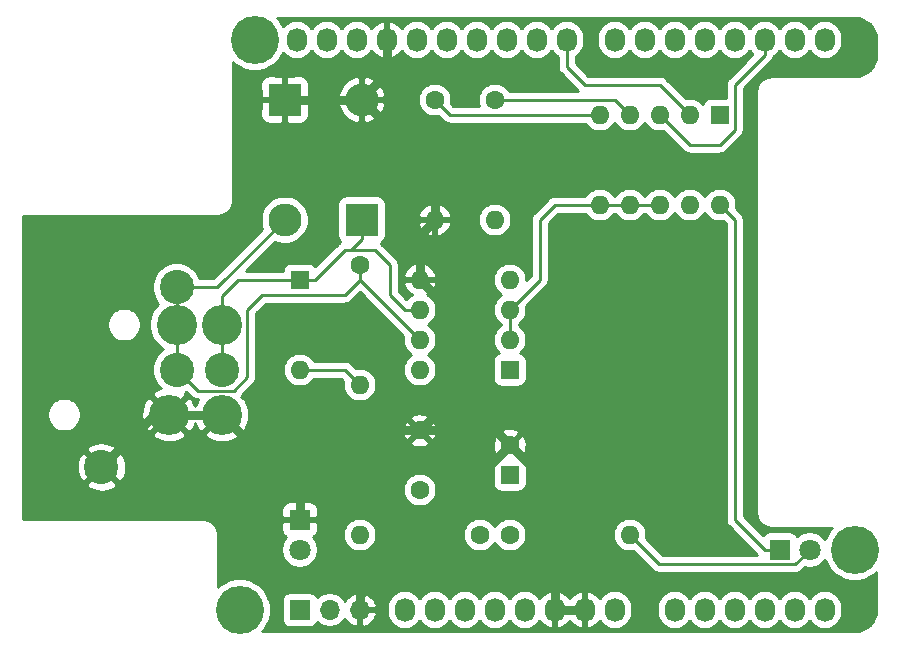
<source format=gbr>
G04 #@! TF.GenerationSoftware,KiCad,Pcbnew,(5.1.5)-3*
G04 #@! TF.CreationDate,2020-07-14T23:57:43+01:00*
G04 #@! TF.ProjectId,dmxhat,646d7868-6174-42e6-9b69-6361645f7063,rev?*
G04 #@! TF.SameCoordinates,Original*
G04 #@! TF.FileFunction,Copper,L1,Top*
G04 #@! TF.FilePolarity,Positive*
%FSLAX46Y46*%
G04 Gerber Fmt 4.6, Leading zero omitted, Abs format (unit mm)*
G04 Created by KiCad (PCBNEW (5.1.5)-3) date 2020-07-14 23:57:43*
%MOMM*%
%LPD*%
G04 APERTURE LIST*
%ADD10C,2.900000*%
%ADD11C,3.400000*%
%ADD12O,1.700000X1.700000*%
%ADD13R,1.700000X1.700000*%
%ADD14C,1.800000*%
%ADD15R,1.800000X1.800000*%
%ADD16O,1.600000X1.600000*%
%ADD17C,1.600000*%
%ADD18R,1.600000X1.600000*%
%ADD19O,2.800000X2.800000*%
%ADD20R,2.800000X2.800000*%
%ADD21O,1.727200X2.032000*%
%ADD22C,4.064000*%
%ADD23C,0.750000*%
%ADD24C,0.250000*%
%ADD25C,0.254000*%
G04 APERTURE END LIST*
D10*
X123449000Y-103505000D03*
X113279000Y-111755000D03*
D11*
X123449000Y-99695000D03*
D10*
X119634000Y-96525000D03*
X119634000Y-103505000D03*
D11*
X123449000Y-107315000D03*
X119634000Y-99695000D03*
X118999000Y-107315000D03*
D12*
X135128000Y-123825000D03*
X132588000Y-123825000D03*
D13*
X130048000Y-123825000D03*
D14*
X130048000Y-118745000D03*
D15*
X130048000Y-116205000D03*
D16*
X135128000Y-117475000D03*
D17*
X145288000Y-117475000D03*
D16*
X130048000Y-103505000D03*
D18*
X130048000Y-95885000D03*
D19*
X135298000Y-80645000D03*
D20*
X135298000Y-90805000D03*
D19*
X128778000Y-90805000D03*
D20*
X128778000Y-80645000D03*
D16*
X165608000Y-89535000D03*
X155448000Y-81915000D03*
X163068000Y-89535000D03*
X157988000Y-81915000D03*
X160528000Y-89535000D03*
X160528000Y-81915000D03*
X157988000Y-89535000D03*
X163068000Y-81915000D03*
X155448000Y-89535000D03*
D18*
X165608000Y-81915000D03*
D17*
X147828000Y-109895000D03*
D18*
X147828000Y-112395000D03*
D17*
X140208000Y-108665000D03*
X140208000Y-113665000D03*
D16*
X157988000Y-117475000D03*
D17*
X147828000Y-117475000D03*
D14*
X173228000Y-118745000D03*
D15*
X170688000Y-118745000D03*
D16*
X146558000Y-90805000D03*
D17*
X146558000Y-80645000D03*
D16*
X141478000Y-90805000D03*
D17*
X141478000Y-80645000D03*
D16*
X135128000Y-104775000D03*
D17*
X135128000Y-94615000D03*
D16*
X140208000Y-103505000D03*
X147828000Y-95885000D03*
X140208000Y-100965000D03*
X147828000Y-98425000D03*
X140208000Y-98425000D03*
X147828000Y-100965000D03*
X140208000Y-95885000D03*
D18*
X147828000Y-103505000D03*
D21*
X138938000Y-123825000D03*
X141478000Y-123825000D03*
X144018000Y-123825000D03*
X146558000Y-123825000D03*
X149098000Y-123825000D03*
X151638000Y-123825000D03*
X154178000Y-123825000D03*
X156718000Y-123825000D03*
X161798000Y-123825000D03*
X164338000Y-123825000D03*
X166878000Y-123825000D03*
X169418000Y-123825000D03*
X171958000Y-123825000D03*
X174498000Y-123825000D03*
X129794000Y-75565000D03*
X132334000Y-75565000D03*
X134874000Y-75565000D03*
X137414000Y-75565000D03*
X139954000Y-75565000D03*
X142494000Y-75565000D03*
X145034000Y-75565000D03*
X147574000Y-75565000D03*
X150114000Y-75565000D03*
X152654000Y-75565000D03*
X156718000Y-75565000D03*
X159258000Y-75565000D03*
X161798000Y-75565000D03*
X164338000Y-75565000D03*
X166878000Y-75565000D03*
X169418000Y-75565000D03*
X171958000Y-75565000D03*
X174498000Y-75565000D03*
D22*
X124968000Y-123825000D03*
X177038000Y-118745000D03*
X126238000Y-75565000D03*
D23*
X140208000Y-108665000D02*
X144018000Y-104855000D01*
X144018000Y-99695000D02*
X140208000Y-95885000D01*
X144018000Y-104855000D02*
X144018000Y-99695000D01*
X140208000Y-92075000D02*
X141478000Y-90805000D01*
X140208000Y-95885000D02*
X140208000Y-92075000D01*
X141478000Y-86825000D02*
X135298000Y-80645000D01*
X141478000Y-90805000D02*
X141478000Y-86825000D01*
X128778000Y-80645000D02*
X135298000Y-80645000D01*
X135298000Y-80645000D02*
X135298000Y-80475000D01*
X137414000Y-78359000D02*
X137414000Y-75565000D01*
X135298000Y-80475000D02*
X137414000Y-78359000D01*
X146598000Y-108665000D02*
X147828000Y-109895000D01*
X140208000Y-108665000D02*
X146598000Y-108665000D01*
X147828000Y-109895000D02*
X151638000Y-113705000D01*
X154178000Y-123825000D02*
X151638000Y-123825000D01*
X137208000Y-108665000D02*
X139076630Y-108665000D01*
X151638000Y-113705000D02*
X151638000Y-123825000D01*
X135128000Y-122595000D02*
X147828000Y-109895000D01*
X135128000Y-123825000D02*
X135128000Y-122595000D01*
X139076630Y-108665000D02*
X140208000Y-108665000D01*
X135938000Y-108665000D02*
X139076630Y-108665000D01*
X130048000Y-114555000D02*
X135938000Y-108665000D01*
X130048000Y-116205000D02*
X130048000Y-114555000D01*
X130048000Y-113914000D02*
X123449000Y-107315000D01*
X130048000Y-116205000D02*
X130048000Y-113914000D01*
X123449000Y-107315000D02*
X118999000Y-107315000D01*
X117719000Y-107315000D02*
X118999000Y-107315000D01*
X113279000Y-111755000D02*
X117719000Y-107315000D01*
D24*
X163068000Y-81915000D02*
X160528000Y-79375000D01*
X160528000Y-79375000D02*
X154178000Y-79375000D01*
X152654000Y-77851000D02*
X152654000Y-75565000D01*
X154178000Y-79375000D02*
X152654000Y-77851000D01*
X163068000Y-84455000D02*
X160528000Y-81915000D01*
X169418000Y-76835000D02*
X168148000Y-78105000D01*
X169418000Y-75565000D02*
X169418000Y-76835000D01*
X168148000Y-78105000D02*
X166878000Y-79375000D01*
X166878000Y-79375000D02*
X166878000Y-83185000D01*
X166878000Y-83185000D02*
X165608000Y-84455000D01*
X165608000Y-84455000D02*
X163068000Y-84455000D01*
X133858000Y-103505000D02*
X135128000Y-104775000D01*
X130048000Y-103505000D02*
X133858000Y-103505000D01*
X142748000Y-81915000D02*
X155448000Y-81915000D01*
X141478000Y-80645000D02*
X142748000Y-81915000D01*
X156718000Y-80645000D02*
X157988000Y-81915000D01*
X146558000Y-80645000D02*
X156718000Y-80645000D01*
X166878000Y-90805000D02*
X166878000Y-116205000D01*
X166878000Y-116205000D02*
X169418000Y-118745000D01*
X166878000Y-90805000D02*
X165608000Y-89535000D01*
X169418000Y-118745000D02*
X170688000Y-118745000D01*
X147828000Y-100965000D02*
X147828000Y-98425000D01*
X151638000Y-89535000D02*
X155448000Y-89535000D01*
X150368000Y-90805000D02*
X151638000Y-89535000D01*
X147828000Y-98425000D02*
X150368000Y-95885000D01*
X150368000Y-95885000D02*
X150368000Y-90805000D01*
X155448000Y-89535000D02*
X157988000Y-89535000D01*
X157988000Y-89535000D02*
X160528000Y-89535000D01*
X134078000Y-90805000D02*
X135298000Y-90805000D01*
X138938000Y-98425000D02*
X140208000Y-98425000D01*
X131318000Y-95885000D02*
X133858000Y-93345000D01*
X130048000Y-95885000D02*
X131318000Y-95885000D01*
X137668000Y-97155000D02*
X138938000Y-98425000D01*
X133858000Y-93345000D02*
X136398000Y-93345000D01*
X137668000Y-94615000D02*
X137668000Y-97155000D01*
X136398000Y-93345000D02*
X137668000Y-94615000D01*
X135298000Y-92455000D02*
X134408000Y-93345000D01*
X135298000Y-90805000D02*
X135298000Y-92455000D01*
X128998000Y-95885000D02*
X130048000Y-95885000D01*
X123449000Y-97290837D02*
X124854837Y-95885000D01*
X124854837Y-95885000D02*
X128998000Y-95885000D01*
X123449000Y-99695000D02*
X123449000Y-97290837D01*
X123449000Y-103505000D02*
X123449000Y-99695000D01*
X135128000Y-95885000D02*
X140208000Y-100965000D01*
X135128000Y-94615000D02*
X135128000Y-95885000D01*
X118999000Y-103505000D02*
X118999000Y-103632000D01*
X119634000Y-102099163D02*
X119634000Y-103505000D01*
X119634000Y-99695000D02*
X119634000Y-102099163D01*
X119634000Y-96525000D02*
X119634000Y-99695000D01*
X124462999Y-105280001D02*
X125603000Y-104140000D01*
X119634000Y-103505000D02*
X121409001Y-105280001D01*
X121409001Y-105280001D02*
X124462999Y-105280001D01*
X125603000Y-104140000D02*
X125603000Y-98425000D01*
X125603000Y-98425000D02*
X126873000Y-97155000D01*
X126873000Y-97155000D02*
X133858000Y-97155000D01*
X133858000Y-97155000D02*
X135128000Y-95885000D01*
X123058000Y-96525000D02*
X119634000Y-96525000D01*
X128778000Y-90805000D02*
X123058000Y-96525000D01*
X158787999Y-118274999D02*
X157988000Y-117475000D01*
X172002999Y-119970001D02*
X160483001Y-119970001D01*
X160483001Y-119970001D02*
X158787999Y-118274999D01*
X173228000Y-118745000D02*
X172002999Y-119970001D01*
D25*
G36*
X177392785Y-73773191D02*
G01*
X177734060Y-73876228D01*
X178048822Y-74043590D01*
X178325083Y-74268903D01*
X178552317Y-74543582D01*
X178721870Y-74857164D01*
X178827286Y-75197708D01*
X178868001Y-75585082D01*
X178868000Y-76800279D01*
X178829809Y-77189784D01*
X178726771Y-77531063D01*
X178559409Y-77845825D01*
X178334097Y-78122083D01*
X178059418Y-78349317D01*
X177745838Y-78518869D01*
X177405288Y-78624287D01*
X177017928Y-78665000D01*
X170018123Y-78665000D01*
X169988032Y-78667964D01*
X169984213Y-78667937D01*
X169974347Y-78668905D01*
X169851096Y-78681860D01*
X169788074Y-78694797D01*
X169724854Y-78706857D01*
X169715364Y-78709722D01*
X169596976Y-78746369D01*
X169537660Y-78771303D01*
X169477988Y-78795412D01*
X169469236Y-78800066D01*
X169360221Y-78859010D01*
X169306877Y-78894991D01*
X169253025Y-78930231D01*
X169245342Y-78936496D01*
X169149853Y-79015492D01*
X169104537Y-79061125D01*
X169058532Y-79106176D01*
X169052219Y-79113809D01*
X169052213Y-79113815D01*
X169052209Y-79113822D01*
X168973886Y-79209853D01*
X168938296Y-79263421D01*
X168901917Y-79316550D01*
X168897203Y-79325271D01*
X168839021Y-79434694D01*
X168814505Y-79494174D01*
X168789148Y-79553337D01*
X168786216Y-79562807D01*
X168750396Y-79681448D01*
X168737903Y-79744542D01*
X168724517Y-79807521D01*
X168723481Y-79817380D01*
X168711388Y-79940719D01*
X168711388Y-79940733D01*
X168708001Y-79975123D01*
X168708000Y-115604876D01*
X168710964Y-115634968D01*
X168710937Y-115638787D01*
X168711905Y-115648653D01*
X168724860Y-115771904D01*
X168737798Y-115834932D01*
X168749857Y-115898146D01*
X168752722Y-115907636D01*
X168789369Y-116026023D01*
X168814293Y-116085314D01*
X168838412Y-116145012D01*
X168843066Y-116153764D01*
X168902010Y-116262779D01*
X168937973Y-116316096D01*
X168973230Y-116369975D01*
X168979496Y-116377657D01*
X169058492Y-116473147D01*
X169104144Y-116518482D01*
X169149176Y-116564467D01*
X169156814Y-116570786D01*
X169252853Y-116649114D01*
X169306447Y-116684722D01*
X169359550Y-116721082D01*
X169368270Y-116725797D01*
X169477694Y-116783979D01*
X169537162Y-116808490D01*
X169596337Y-116833852D01*
X169605807Y-116836784D01*
X169724447Y-116872603D01*
X169787544Y-116885097D01*
X169850521Y-116898483D01*
X169860380Y-116899519D01*
X169983719Y-116911612D01*
X169983723Y-116911612D01*
X170018123Y-116915000D01*
X175096293Y-116915000D01*
X174966406Y-117044887D01*
X174674536Y-117481702D01*
X174504427Y-117892382D01*
X174420312Y-117766495D01*
X174206505Y-117552688D01*
X173955095Y-117384701D01*
X173675743Y-117268989D01*
X173379184Y-117210000D01*
X173076816Y-117210000D01*
X172780257Y-117268989D01*
X172500905Y-117384701D01*
X172249495Y-117552688D01*
X172183056Y-117619127D01*
X172177502Y-117600820D01*
X172118537Y-117490506D01*
X172039185Y-117393815D01*
X171942494Y-117314463D01*
X171832180Y-117255498D01*
X171712482Y-117219188D01*
X171588000Y-117206928D01*
X169788000Y-117206928D01*
X169663518Y-117219188D01*
X169543820Y-117255498D01*
X169433506Y-117314463D01*
X169336815Y-117393815D01*
X169257463Y-117490506D01*
X169250791Y-117502988D01*
X167638000Y-115890199D01*
X167638000Y-90842322D01*
X167641676Y-90804999D01*
X167638000Y-90767676D01*
X167638000Y-90767667D01*
X167627003Y-90656014D01*
X167583546Y-90512753D01*
X167512974Y-90380724D01*
X167418001Y-90264999D01*
X167389003Y-90241201D01*
X167006688Y-89858886D01*
X167043000Y-89676335D01*
X167043000Y-89393665D01*
X166987853Y-89116426D01*
X166879680Y-88855273D01*
X166722637Y-88620241D01*
X166522759Y-88420363D01*
X166287727Y-88263320D01*
X166026574Y-88155147D01*
X165749335Y-88100000D01*
X165466665Y-88100000D01*
X165189426Y-88155147D01*
X164928273Y-88263320D01*
X164693241Y-88420363D01*
X164493363Y-88620241D01*
X164338000Y-88852759D01*
X164182637Y-88620241D01*
X163982759Y-88420363D01*
X163747727Y-88263320D01*
X163486574Y-88155147D01*
X163209335Y-88100000D01*
X162926665Y-88100000D01*
X162649426Y-88155147D01*
X162388273Y-88263320D01*
X162153241Y-88420363D01*
X161953363Y-88620241D01*
X161798000Y-88852759D01*
X161642637Y-88620241D01*
X161442759Y-88420363D01*
X161207727Y-88263320D01*
X160946574Y-88155147D01*
X160669335Y-88100000D01*
X160386665Y-88100000D01*
X160109426Y-88155147D01*
X159848273Y-88263320D01*
X159613241Y-88420363D01*
X159413363Y-88620241D01*
X159309957Y-88775000D01*
X159206043Y-88775000D01*
X159102637Y-88620241D01*
X158902759Y-88420363D01*
X158667727Y-88263320D01*
X158406574Y-88155147D01*
X158129335Y-88100000D01*
X157846665Y-88100000D01*
X157569426Y-88155147D01*
X157308273Y-88263320D01*
X157073241Y-88420363D01*
X156873363Y-88620241D01*
X156769957Y-88775000D01*
X156666043Y-88775000D01*
X156562637Y-88620241D01*
X156362759Y-88420363D01*
X156127727Y-88263320D01*
X155866574Y-88155147D01*
X155589335Y-88100000D01*
X155306665Y-88100000D01*
X155029426Y-88155147D01*
X154768273Y-88263320D01*
X154533241Y-88420363D01*
X154333363Y-88620241D01*
X154229957Y-88775000D01*
X151675322Y-88775000D01*
X151637999Y-88771324D01*
X151600676Y-88775000D01*
X151600667Y-88775000D01*
X151489014Y-88785997D01*
X151345753Y-88829454D01*
X151213724Y-88900026D01*
X151097999Y-88994999D01*
X151074201Y-89023997D01*
X149856998Y-90241201D01*
X149828000Y-90264999D01*
X149804202Y-90293997D01*
X149804201Y-90293998D01*
X149733026Y-90380724D01*
X149662454Y-90512754D01*
X149632180Y-90612558D01*
X149618998Y-90656014D01*
X149614947Y-90697146D01*
X149604324Y-90805000D01*
X149608001Y-90842332D01*
X149608000Y-95570197D01*
X149263000Y-95915197D01*
X149263000Y-95743665D01*
X149207853Y-95466426D01*
X149099680Y-95205273D01*
X148942637Y-94970241D01*
X148742759Y-94770363D01*
X148507727Y-94613320D01*
X148246574Y-94505147D01*
X147969335Y-94450000D01*
X147686665Y-94450000D01*
X147409426Y-94505147D01*
X147148273Y-94613320D01*
X146913241Y-94770363D01*
X146713363Y-94970241D01*
X146556320Y-95205273D01*
X146448147Y-95466426D01*
X146393000Y-95743665D01*
X146393000Y-96026335D01*
X146448147Y-96303574D01*
X146556320Y-96564727D01*
X146713363Y-96799759D01*
X146913241Y-96999637D01*
X147145759Y-97155000D01*
X146913241Y-97310363D01*
X146713363Y-97510241D01*
X146556320Y-97745273D01*
X146448147Y-98006426D01*
X146393000Y-98283665D01*
X146393000Y-98566335D01*
X146448147Y-98843574D01*
X146556320Y-99104727D01*
X146713363Y-99339759D01*
X146913241Y-99539637D01*
X147068001Y-99643044D01*
X147068000Y-99746956D01*
X146913241Y-99850363D01*
X146713363Y-100050241D01*
X146556320Y-100285273D01*
X146448147Y-100546426D01*
X146393000Y-100823665D01*
X146393000Y-101106335D01*
X146448147Y-101383574D01*
X146556320Y-101644727D01*
X146713363Y-101879759D01*
X146911961Y-102078357D01*
X146903518Y-102079188D01*
X146783820Y-102115498D01*
X146673506Y-102174463D01*
X146576815Y-102253815D01*
X146497463Y-102350506D01*
X146438498Y-102460820D01*
X146402188Y-102580518D01*
X146389928Y-102705000D01*
X146389928Y-104305000D01*
X146402188Y-104429482D01*
X146438498Y-104549180D01*
X146497463Y-104659494D01*
X146576815Y-104756185D01*
X146673506Y-104835537D01*
X146783820Y-104894502D01*
X146903518Y-104930812D01*
X147028000Y-104943072D01*
X148628000Y-104943072D01*
X148752482Y-104930812D01*
X148872180Y-104894502D01*
X148982494Y-104835537D01*
X149079185Y-104756185D01*
X149158537Y-104659494D01*
X149217502Y-104549180D01*
X149253812Y-104429482D01*
X149266072Y-104305000D01*
X149266072Y-102705000D01*
X149253812Y-102580518D01*
X149217502Y-102460820D01*
X149158537Y-102350506D01*
X149079185Y-102253815D01*
X148982494Y-102174463D01*
X148872180Y-102115498D01*
X148752482Y-102079188D01*
X148744039Y-102078357D01*
X148942637Y-101879759D01*
X149099680Y-101644727D01*
X149207853Y-101383574D01*
X149263000Y-101106335D01*
X149263000Y-100823665D01*
X149207853Y-100546426D01*
X149099680Y-100285273D01*
X148942637Y-100050241D01*
X148742759Y-99850363D01*
X148588000Y-99746957D01*
X148588000Y-99643043D01*
X148742759Y-99539637D01*
X148942637Y-99339759D01*
X149099680Y-99104727D01*
X149207853Y-98843574D01*
X149263000Y-98566335D01*
X149263000Y-98283665D01*
X149226688Y-98101114D01*
X150879009Y-96448794D01*
X150908001Y-96425001D01*
X150931795Y-96396008D01*
X150931799Y-96396004D01*
X151002973Y-96309277D01*
X151002974Y-96309276D01*
X151073546Y-96177247D01*
X151117003Y-96033986D01*
X151128000Y-95922333D01*
X151128000Y-95922324D01*
X151131676Y-95885001D01*
X151128000Y-95847678D01*
X151128000Y-91119801D01*
X151952802Y-90295000D01*
X154229957Y-90295000D01*
X154333363Y-90449759D01*
X154533241Y-90649637D01*
X154768273Y-90806680D01*
X155029426Y-90914853D01*
X155306665Y-90970000D01*
X155589335Y-90970000D01*
X155866574Y-90914853D01*
X156127727Y-90806680D01*
X156362759Y-90649637D01*
X156562637Y-90449759D01*
X156666043Y-90295000D01*
X156769957Y-90295000D01*
X156873363Y-90449759D01*
X157073241Y-90649637D01*
X157308273Y-90806680D01*
X157569426Y-90914853D01*
X157846665Y-90970000D01*
X158129335Y-90970000D01*
X158406574Y-90914853D01*
X158667727Y-90806680D01*
X158902759Y-90649637D01*
X159102637Y-90449759D01*
X159206043Y-90295000D01*
X159309957Y-90295000D01*
X159413363Y-90449759D01*
X159613241Y-90649637D01*
X159848273Y-90806680D01*
X160109426Y-90914853D01*
X160386665Y-90970000D01*
X160669335Y-90970000D01*
X160946574Y-90914853D01*
X161207727Y-90806680D01*
X161442759Y-90649637D01*
X161642637Y-90449759D01*
X161798000Y-90217241D01*
X161953363Y-90449759D01*
X162153241Y-90649637D01*
X162388273Y-90806680D01*
X162649426Y-90914853D01*
X162926665Y-90970000D01*
X163209335Y-90970000D01*
X163486574Y-90914853D01*
X163747727Y-90806680D01*
X163982759Y-90649637D01*
X164182637Y-90449759D01*
X164338000Y-90217241D01*
X164493363Y-90449759D01*
X164693241Y-90649637D01*
X164928273Y-90806680D01*
X165189426Y-90914853D01*
X165466665Y-90970000D01*
X165749335Y-90970000D01*
X165931886Y-90933688D01*
X166118000Y-91119802D01*
X166118001Y-116167667D01*
X166114324Y-116205000D01*
X166118001Y-116242333D01*
X166128998Y-116353986D01*
X166139143Y-116387431D01*
X166172454Y-116497246D01*
X166243026Y-116629276D01*
X166310362Y-116711324D01*
X166338000Y-116745001D01*
X166366998Y-116768799D01*
X168808198Y-119210001D01*
X160797803Y-119210001D01*
X159386688Y-117798887D01*
X159423000Y-117616335D01*
X159423000Y-117333665D01*
X159367853Y-117056426D01*
X159259680Y-116795273D01*
X159102637Y-116560241D01*
X158902759Y-116360363D01*
X158667727Y-116203320D01*
X158406574Y-116095147D01*
X158129335Y-116040000D01*
X157846665Y-116040000D01*
X157569426Y-116095147D01*
X157308273Y-116203320D01*
X157073241Y-116360363D01*
X156873363Y-116560241D01*
X156716320Y-116795273D01*
X156608147Y-117056426D01*
X156553000Y-117333665D01*
X156553000Y-117616335D01*
X156608147Y-117893574D01*
X156716320Y-118154727D01*
X156873363Y-118389759D01*
X157073241Y-118589637D01*
X157308273Y-118746680D01*
X157569426Y-118854853D01*
X157846665Y-118910000D01*
X158129335Y-118910000D01*
X158311887Y-118873688D01*
X159919202Y-120481004D01*
X159943000Y-120510002D01*
X160058725Y-120604975D01*
X160190754Y-120675547D01*
X160334015Y-120719004D01*
X160445668Y-120730001D01*
X160445678Y-120730001D01*
X160483001Y-120733677D01*
X160520324Y-120730001D01*
X171965677Y-120730001D01*
X172002999Y-120733677D01*
X172040321Y-120730001D01*
X172040332Y-120730001D01*
X172151985Y-120719004D01*
X172295246Y-120675547D01*
X172427275Y-120604975D01*
X172543000Y-120510002D01*
X172566803Y-120480998D01*
X172819070Y-120228731D01*
X173076816Y-120280000D01*
X173379184Y-120280000D01*
X173675743Y-120221011D01*
X173955095Y-120105299D01*
X174206505Y-119937312D01*
X174420312Y-119723505D01*
X174504427Y-119597618D01*
X174674536Y-120008298D01*
X174966406Y-120445113D01*
X175337887Y-120816594D01*
X175774702Y-121108464D01*
X176260065Y-121309508D01*
X176775323Y-121412000D01*
X177300677Y-121412000D01*
X177815935Y-121309508D01*
X178301298Y-121108464D01*
X178738113Y-120816594D01*
X178868001Y-120686706D01*
X178868000Y-123790279D01*
X178829809Y-124179784D01*
X178726771Y-124521063D01*
X178559409Y-124835825D01*
X178334097Y-125112083D01*
X178059418Y-125339317D01*
X177745838Y-125508869D01*
X177405288Y-125614287D01*
X177017928Y-125655000D01*
X126909707Y-125655000D01*
X127039594Y-125525113D01*
X127331464Y-125088298D01*
X127532508Y-124602935D01*
X127635000Y-124087677D01*
X127635000Y-123562323D01*
X127532508Y-123047065D01*
X127502658Y-122975000D01*
X128559928Y-122975000D01*
X128559928Y-124675000D01*
X128572188Y-124799482D01*
X128608498Y-124919180D01*
X128667463Y-125029494D01*
X128746815Y-125126185D01*
X128843506Y-125205537D01*
X128953820Y-125264502D01*
X129073518Y-125300812D01*
X129198000Y-125313072D01*
X130898000Y-125313072D01*
X131022482Y-125300812D01*
X131142180Y-125264502D01*
X131252494Y-125205537D01*
X131349185Y-125126185D01*
X131428537Y-125029494D01*
X131487502Y-124919180D01*
X131509513Y-124846620D01*
X131641368Y-124978475D01*
X131884589Y-125140990D01*
X132154842Y-125252932D01*
X132441740Y-125310000D01*
X132734260Y-125310000D01*
X133021158Y-125252932D01*
X133291411Y-125140990D01*
X133534632Y-124978475D01*
X133741475Y-124771632D01*
X133863195Y-124589466D01*
X133932822Y-124706355D01*
X134127731Y-124922588D01*
X134361080Y-125096641D01*
X134623901Y-125221825D01*
X134771110Y-125266476D01*
X135001000Y-125145155D01*
X135001000Y-123952000D01*
X135255000Y-123952000D01*
X135255000Y-125145155D01*
X135484890Y-125266476D01*
X135632099Y-125221825D01*
X135894920Y-125096641D01*
X136128269Y-124922588D01*
X136323178Y-124706355D01*
X136472157Y-124456252D01*
X136569481Y-124181891D01*
X136448814Y-123952000D01*
X135255000Y-123952000D01*
X135001000Y-123952000D01*
X134981000Y-123952000D01*
X134981000Y-123698000D01*
X135001000Y-123698000D01*
X135001000Y-122504845D01*
X135255000Y-122504845D01*
X135255000Y-123698000D01*
X136448814Y-123698000D01*
X136500787Y-123598982D01*
X137439400Y-123598982D01*
X137439400Y-124051019D01*
X137461084Y-124271177D01*
X137546775Y-124553664D01*
X137685931Y-124814006D01*
X137873203Y-125042197D01*
X138101395Y-125229469D01*
X138361737Y-125368625D01*
X138644224Y-125454316D01*
X138938000Y-125483251D01*
X139231777Y-125454316D01*
X139514264Y-125368625D01*
X139774606Y-125229469D01*
X140002797Y-125042197D01*
X140190069Y-124814006D01*
X140208000Y-124780459D01*
X140225931Y-124814006D01*
X140413203Y-125042197D01*
X140641395Y-125229469D01*
X140901737Y-125368625D01*
X141184224Y-125454316D01*
X141478000Y-125483251D01*
X141771777Y-125454316D01*
X142054264Y-125368625D01*
X142314606Y-125229469D01*
X142542797Y-125042197D01*
X142730069Y-124814006D01*
X142748000Y-124780459D01*
X142765931Y-124814006D01*
X142953203Y-125042197D01*
X143181395Y-125229469D01*
X143441737Y-125368625D01*
X143724224Y-125454316D01*
X144018000Y-125483251D01*
X144311777Y-125454316D01*
X144594264Y-125368625D01*
X144854606Y-125229469D01*
X145082797Y-125042197D01*
X145270069Y-124814006D01*
X145288000Y-124780459D01*
X145305931Y-124814006D01*
X145493203Y-125042197D01*
X145721395Y-125229469D01*
X145981737Y-125368625D01*
X146264224Y-125454316D01*
X146558000Y-125483251D01*
X146851777Y-125454316D01*
X147134264Y-125368625D01*
X147394606Y-125229469D01*
X147622797Y-125042197D01*
X147810069Y-124814006D01*
X147828000Y-124780459D01*
X147845931Y-124814006D01*
X148033203Y-125042197D01*
X148261395Y-125229469D01*
X148521737Y-125368625D01*
X148804224Y-125454316D01*
X149098000Y-125483251D01*
X149391777Y-125454316D01*
X149674264Y-125368625D01*
X149934606Y-125229469D01*
X150162797Y-125042197D01*
X150350069Y-124814006D01*
X150371424Y-124774053D01*
X150519514Y-124976729D01*
X150735965Y-125175733D01*
X150987081Y-125328686D01*
X151263211Y-125429709D01*
X151278974Y-125432358D01*
X151511000Y-125311217D01*
X151511000Y-123952000D01*
X151765000Y-123952000D01*
X151765000Y-125311217D01*
X151997026Y-125432358D01*
X152012789Y-125429709D01*
X152288919Y-125328686D01*
X152540035Y-125175733D01*
X152756486Y-124976729D01*
X152908000Y-124769367D01*
X153059514Y-124976729D01*
X153275965Y-125175733D01*
X153527081Y-125328686D01*
X153803211Y-125429709D01*
X153818974Y-125432358D01*
X154051000Y-125311217D01*
X154051000Y-123952000D01*
X151765000Y-123952000D01*
X151511000Y-123952000D01*
X151491000Y-123952000D01*
X151491000Y-123698000D01*
X151511000Y-123698000D01*
X151511000Y-122338783D01*
X151765000Y-122338783D01*
X151765000Y-123698000D01*
X154051000Y-123698000D01*
X154051000Y-122338783D01*
X154305000Y-122338783D01*
X154305000Y-123698000D01*
X154325000Y-123698000D01*
X154325000Y-123952000D01*
X154305000Y-123952000D01*
X154305000Y-125311217D01*
X154537026Y-125432358D01*
X154552789Y-125429709D01*
X154828919Y-125328686D01*
X155080035Y-125175733D01*
X155296486Y-124976729D01*
X155444576Y-124774053D01*
X155465931Y-124814006D01*
X155653203Y-125042197D01*
X155881395Y-125229469D01*
X156141737Y-125368625D01*
X156424224Y-125454316D01*
X156718000Y-125483251D01*
X157011777Y-125454316D01*
X157294264Y-125368625D01*
X157554606Y-125229469D01*
X157782797Y-125042197D01*
X157970069Y-124814006D01*
X158109225Y-124553663D01*
X158194916Y-124271176D01*
X158216600Y-124051018D01*
X158216600Y-123598982D01*
X160299400Y-123598982D01*
X160299400Y-124051019D01*
X160321084Y-124271177D01*
X160406775Y-124553664D01*
X160545931Y-124814006D01*
X160733203Y-125042197D01*
X160961395Y-125229469D01*
X161221737Y-125368625D01*
X161504224Y-125454316D01*
X161798000Y-125483251D01*
X162091777Y-125454316D01*
X162374264Y-125368625D01*
X162634606Y-125229469D01*
X162862797Y-125042197D01*
X163050069Y-124814006D01*
X163068000Y-124780459D01*
X163085931Y-124814006D01*
X163273203Y-125042197D01*
X163501395Y-125229469D01*
X163761737Y-125368625D01*
X164044224Y-125454316D01*
X164338000Y-125483251D01*
X164631777Y-125454316D01*
X164914264Y-125368625D01*
X165174606Y-125229469D01*
X165402797Y-125042197D01*
X165590069Y-124814006D01*
X165608000Y-124780459D01*
X165625931Y-124814006D01*
X165813203Y-125042197D01*
X166041395Y-125229469D01*
X166301737Y-125368625D01*
X166584224Y-125454316D01*
X166878000Y-125483251D01*
X167171777Y-125454316D01*
X167454264Y-125368625D01*
X167714606Y-125229469D01*
X167942797Y-125042197D01*
X168130069Y-124814006D01*
X168148000Y-124780459D01*
X168165931Y-124814006D01*
X168353203Y-125042197D01*
X168581395Y-125229469D01*
X168841737Y-125368625D01*
X169124224Y-125454316D01*
X169418000Y-125483251D01*
X169711777Y-125454316D01*
X169994264Y-125368625D01*
X170254606Y-125229469D01*
X170482797Y-125042197D01*
X170670069Y-124814006D01*
X170688000Y-124780459D01*
X170705931Y-124814006D01*
X170893203Y-125042197D01*
X171121395Y-125229469D01*
X171381737Y-125368625D01*
X171664224Y-125454316D01*
X171958000Y-125483251D01*
X172251777Y-125454316D01*
X172534264Y-125368625D01*
X172794606Y-125229469D01*
X173022797Y-125042197D01*
X173210069Y-124814006D01*
X173228000Y-124780459D01*
X173245931Y-124814006D01*
X173433203Y-125042197D01*
X173661395Y-125229469D01*
X173921737Y-125368625D01*
X174204224Y-125454316D01*
X174498000Y-125483251D01*
X174791777Y-125454316D01*
X175074264Y-125368625D01*
X175334606Y-125229469D01*
X175562797Y-125042197D01*
X175750069Y-124814006D01*
X175889225Y-124553663D01*
X175974916Y-124271176D01*
X175996600Y-124051018D01*
X175996600Y-123598981D01*
X175974916Y-123378823D01*
X175889225Y-123096336D01*
X175750069Y-122835994D01*
X175562797Y-122607803D01*
X175334605Y-122420531D01*
X175074263Y-122281375D01*
X174791776Y-122195684D01*
X174498000Y-122166749D01*
X174204223Y-122195684D01*
X173921736Y-122281375D01*
X173661394Y-122420531D01*
X173433203Y-122607803D01*
X173245931Y-122835995D01*
X173228000Y-122869541D01*
X173210069Y-122835994D01*
X173022797Y-122607803D01*
X172794605Y-122420531D01*
X172534263Y-122281375D01*
X172251776Y-122195684D01*
X171958000Y-122166749D01*
X171664223Y-122195684D01*
X171381736Y-122281375D01*
X171121394Y-122420531D01*
X170893203Y-122607803D01*
X170705931Y-122835995D01*
X170688000Y-122869541D01*
X170670069Y-122835994D01*
X170482797Y-122607803D01*
X170254605Y-122420531D01*
X169994263Y-122281375D01*
X169711776Y-122195684D01*
X169418000Y-122166749D01*
X169124223Y-122195684D01*
X168841736Y-122281375D01*
X168581394Y-122420531D01*
X168353203Y-122607803D01*
X168165931Y-122835995D01*
X168148000Y-122869541D01*
X168130069Y-122835994D01*
X167942797Y-122607803D01*
X167714605Y-122420531D01*
X167454263Y-122281375D01*
X167171776Y-122195684D01*
X166878000Y-122166749D01*
X166584223Y-122195684D01*
X166301736Y-122281375D01*
X166041394Y-122420531D01*
X165813203Y-122607803D01*
X165625931Y-122835995D01*
X165608000Y-122869541D01*
X165590069Y-122835994D01*
X165402797Y-122607803D01*
X165174605Y-122420531D01*
X164914263Y-122281375D01*
X164631776Y-122195684D01*
X164338000Y-122166749D01*
X164044223Y-122195684D01*
X163761736Y-122281375D01*
X163501394Y-122420531D01*
X163273203Y-122607803D01*
X163085931Y-122835995D01*
X163068000Y-122869541D01*
X163050069Y-122835994D01*
X162862797Y-122607803D01*
X162634605Y-122420531D01*
X162374263Y-122281375D01*
X162091776Y-122195684D01*
X161798000Y-122166749D01*
X161504223Y-122195684D01*
X161221736Y-122281375D01*
X160961394Y-122420531D01*
X160733203Y-122607803D01*
X160545931Y-122835995D01*
X160406775Y-123096337D01*
X160321084Y-123378824D01*
X160299400Y-123598982D01*
X158216600Y-123598982D01*
X158216600Y-123598981D01*
X158194916Y-123378823D01*
X158109225Y-123096336D01*
X157970069Y-122835994D01*
X157782797Y-122607803D01*
X157554605Y-122420531D01*
X157294263Y-122281375D01*
X157011776Y-122195684D01*
X156718000Y-122166749D01*
X156424223Y-122195684D01*
X156141736Y-122281375D01*
X155881394Y-122420531D01*
X155653203Y-122607803D01*
X155465931Y-122835995D01*
X155444576Y-122875947D01*
X155296486Y-122673271D01*
X155080035Y-122474267D01*
X154828919Y-122321314D01*
X154552789Y-122220291D01*
X154537026Y-122217642D01*
X154305000Y-122338783D01*
X154051000Y-122338783D01*
X153818974Y-122217642D01*
X153803211Y-122220291D01*
X153527081Y-122321314D01*
X153275965Y-122474267D01*
X153059514Y-122673271D01*
X152908000Y-122880633D01*
X152756486Y-122673271D01*
X152540035Y-122474267D01*
X152288919Y-122321314D01*
X152012789Y-122220291D01*
X151997026Y-122217642D01*
X151765000Y-122338783D01*
X151511000Y-122338783D01*
X151278974Y-122217642D01*
X151263211Y-122220291D01*
X150987081Y-122321314D01*
X150735965Y-122474267D01*
X150519514Y-122673271D01*
X150371424Y-122875947D01*
X150350069Y-122835994D01*
X150162797Y-122607803D01*
X149934605Y-122420531D01*
X149674263Y-122281375D01*
X149391776Y-122195684D01*
X149098000Y-122166749D01*
X148804223Y-122195684D01*
X148521736Y-122281375D01*
X148261394Y-122420531D01*
X148033203Y-122607803D01*
X147845931Y-122835995D01*
X147828000Y-122869541D01*
X147810069Y-122835994D01*
X147622797Y-122607803D01*
X147394605Y-122420531D01*
X147134263Y-122281375D01*
X146851776Y-122195684D01*
X146558000Y-122166749D01*
X146264223Y-122195684D01*
X145981736Y-122281375D01*
X145721394Y-122420531D01*
X145493203Y-122607803D01*
X145305931Y-122835995D01*
X145288000Y-122869541D01*
X145270069Y-122835994D01*
X145082797Y-122607803D01*
X144854605Y-122420531D01*
X144594263Y-122281375D01*
X144311776Y-122195684D01*
X144018000Y-122166749D01*
X143724223Y-122195684D01*
X143441736Y-122281375D01*
X143181394Y-122420531D01*
X142953203Y-122607803D01*
X142765931Y-122835995D01*
X142748000Y-122869541D01*
X142730069Y-122835994D01*
X142542797Y-122607803D01*
X142314605Y-122420531D01*
X142054263Y-122281375D01*
X141771776Y-122195684D01*
X141478000Y-122166749D01*
X141184223Y-122195684D01*
X140901736Y-122281375D01*
X140641394Y-122420531D01*
X140413203Y-122607803D01*
X140225931Y-122835995D01*
X140208000Y-122869541D01*
X140190069Y-122835994D01*
X140002797Y-122607803D01*
X139774605Y-122420531D01*
X139514263Y-122281375D01*
X139231776Y-122195684D01*
X138938000Y-122166749D01*
X138644223Y-122195684D01*
X138361736Y-122281375D01*
X138101394Y-122420531D01*
X137873203Y-122607803D01*
X137685931Y-122835995D01*
X137546775Y-123096337D01*
X137461084Y-123378824D01*
X137439400Y-123598982D01*
X136500787Y-123598982D01*
X136569481Y-123468109D01*
X136472157Y-123193748D01*
X136323178Y-122943645D01*
X136128269Y-122727412D01*
X135894920Y-122553359D01*
X135632099Y-122428175D01*
X135484890Y-122383524D01*
X135255000Y-122504845D01*
X135001000Y-122504845D01*
X134771110Y-122383524D01*
X134623901Y-122428175D01*
X134361080Y-122553359D01*
X134127731Y-122727412D01*
X133932822Y-122943645D01*
X133863195Y-123060534D01*
X133741475Y-122878368D01*
X133534632Y-122671525D01*
X133291411Y-122509010D01*
X133021158Y-122397068D01*
X132734260Y-122340000D01*
X132441740Y-122340000D01*
X132154842Y-122397068D01*
X131884589Y-122509010D01*
X131641368Y-122671525D01*
X131509513Y-122803380D01*
X131487502Y-122730820D01*
X131428537Y-122620506D01*
X131349185Y-122523815D01*
X131252494Y-122444463D01*
X131142180Y-122385498D01*
X131022482Y-122349188D01*
X130898000Y-122336928D01*
X129198000Y-122336928D01*
X129073518Y-122349188D01*
X128953820Y-122385498D01*
X128843506Y-122444463D01*
X128746815Y-122523815D01*
X128667463Y-122620506D01*
X128608498Y-122730820D01*
X128572188Y-122850518D01*
X128559928Y-122975000D01*
X127502658Y-122975000D01*
X127331464Y-122561702D01*
X127039594Y-122124887D01*
X126668113Y-121753406D01*
X126231298Y-121461536D01*
X125745935Y-121260492D01*
X125230677Y-121158000D01*
X124705323Y-121158000D01*
X124190065Y-121260492D01*
X123704702Y-121461536D01*
X123267887Y-121753406D01*
X123138000Y-121883293D01*
X123138000Y-117440123D01*
X123135036Y-117410032D01*
X123135063Y-117406213D01*
X123134095Y-117396347D01*
X123121140Y-117273096D01*
X123108203Y-117210074D01*
X123096143Y-117146854D01*
X123093278Y-117137364D01*
X123083260Y-117105000D01*
X128509928Y-117105000D01*
X128522188Y-117229482D01*
X128558498Y-117349180D01*
X128617463Y-117459494D01*
X128696815Y-117556185D01*
X128793506Y-117635537D01*
X128903820Y-117694502D01*
X128922127Y-117700056D01*
X128855688Y-117766495D01*
X128687701Y-118017905D01*
X128571989Y-118297257D01*
X128513000Y-118593816D01*
X128513000Y-118896184D01*
X128571989Y-119192743D01*
X128687701Y-119472095D01*
X128855688Y-119723505D01*
X129069495Y-119937312D01*
X129320905Y-120105299D01*
X129600257Y-120221011D01*
X129896816Y-120280000D01*
X130199184Y-120280000D01*
X130495743Y-120221011D01*
X130775095Y-120105299D01*
X131026505Y-119937312D01*
X131240312Y-119723505D01*
X131408299Y-119472095D01*
X131524011Y-119192743D01*
X131583000Y-118896184D01*
X131583000Y-118593816D01*
X131524011Y-118297257D01*
X131408299Y-118017905D01*
X131240312Y-117766495D01*
X131173873Y-117700056D01*
X131192180Y-117694502D01*
X131302494Y-117635537D01*
X131399185Y-117556185D01*
X131478537Y-117459494D01*
X131537502Y-117349180D01*
X131542208Y-117333665D01*
X133693000Y-117333665D01*
X133693000Y-117616335D01*
X133748147Y-117893574D01*
X133856320Y-118154727D01*
X134013363Y-118389759D01*
X134213241Y-118589637D01*
X134448273Y-118746680D01*
X134709426Y-118854853D01*
X134986665Y-118910000D01*
X135269335Y-118910000D01*
X135546574Y-118854853D01*
X135807727Y-118746680D01*
X136042759Y-118589637D01*
X136242637Y-118389759D01*
X136399680Y-118154727D01*
X136507853Y-117893574D01*
X136563000Y-117616335D01*
X136563000Y-117333665D01*
X143853000Y-117333665D01*
X143853000Y-117616335D01*
X143908147Y-117893574D01*
X144016320Y-118154727D01*
X144173363Y-118389759D01*
X144373241Y-118589637D01*
X144608273Y-118746680D01*
X144869426Y-118854853D01*
X145146665Y-118910000D01*
X145429335Y-118910000D01*
X145706574Y-118854853D01*
X145967727Y-118746680D01*
X146202759Y-118589637D01*
X146402637Y-118389759D01*
X146558000Y-118157241D01*
X146713363Y-118389759D01*
X146913241Y-118589637D01*
X147148273Y-118746680D01*
X147409426Y-118854853D01*
X147686665Y-118910000D01*
X147969335Y-118910000D01*
X148246574Y-118854853D01*
X148507727Y-118746680D01*
X148742759Y-118589637D01*
X148942637Y-118389759D01*
X149099680Y-118154727D01*
X149207853Y-117893574D01*
X149263000Y-117616335D01*
X149263000Y-117333665D01*
X149207853Y-117056426D01*
X149099680Y-116795273D01*
X148942637Y-116560241D01*
X148742759Y-116360363D01*
X148507727Y-116203320D01*
X148246574Y-116095147D01*
X147969335Y-116040000D01*
X147686665Y-116040000D01*
X147409426Y-116095147D01*
X147148273Y-116203320D01*
X146913241Y-116360363D01*
X146713363Y-116560241D01*
X146558000Y-116792759D01*
X146402637Y-116560241D01*
X146202759Y-116360363D01*
X145967727Y-116203320D01*
X145706574Y-116095147D01*
X145429335Y-116040000D01*
X145146665Y-116040000D01*
X144869426Y-116095147D01*
X144608273Y-116203320D01*
X144373241Y-116360363D01*
X144173363Y-116560241D01*
X144016320Y-116795273D01*
X143908147Y-117056426D01*
X143853000Y-117333665D01*
X136563000Y-117333665D01*
X136507853Y-117056426D01*
X136399680Y-116795273D01*
X136242637Y-116560241D01*
X136042759Y-116360363D01*
X135807727Y-116203320D01*
X135546574Y-116095147D01*
X135269335Y-116040000D01*
X134986665Y-116040000D01*
X134709426Y-116095147D01*
X134448273Y-116203320D01*
X134213241Y-116360363D01*
X134013363Y-116560241D01*
X133856320Y-116795273D01*
X133748147Y-117056426D01*
X133693000Y-117333665D01*
X131542208Y-117333665D01*
X131573812Y-117229482D01*
X131586072Y-117105000D01*
X131583000Y-116490750D01*
X131424250Y-116332000D01*
X130175000Y-116332000D01*
X130175000Y-116352000D01*
X129921000Y-116352000D01*
X129921000Y-116332000D01*
X128671750Y-116332000D01*
X128513000Y-116490750D01*
X128509928Y-117105000D01*
X123083260Y-117105000D01*
X123056631Y-117018976D01*
X123031697Y-116959660D01*
X123007588Y-116899988D01*
X123002934Y-116891236D01*
X122943990Y-116782221D01*
X122908009Y-116728877D01*
X122872769Y-116675025D01*
X122866504Y-116667342D01*
X122787508Y-116571853D01*
X122741875Y-116526537D01*
X122696824Y-116480532D01*
X122689191Y-116474219D01*
X122689185Y-116474213D01*
X122689178Y-116474209D01*
X122593147Y-116395886D01*
X122539579Y-116360296D01*
X122486450Y-116323917D01*
X122477729Y-116319203D01*
X122368306Y-116261021D01*
X122308826Y-116236505D01*
X122249663Y-116211148D01*
X122240193Y-116208216D01*
X122121552Y-116172396D01*
X122058458Y-116159903D01*
X121995479Y-116146517D01*
X121985620Y-116145481D01*
X121862281Y-116133388D01*
X121862277Y-116133388D01*
X121827877Y-116130000D01*
X106628000Y-116130000D01*
X106628000Y-115305000D01*
X128509928Y-115305000D01*
X128513000Y-115919250D01*
X128671750Y-116078000D01*
X129921000Y-116078000D01*
X129921000Y-114828750D01*
X130175000Y-114828750D01*
X130175000Y-116078000D01*
X131424250Y-116078000D01*
X131583000Y-115919250D01*
X131586072Y-115305000D01*
X131573812Y-115180518D01*
X131537502Y-115060820D01*
X131478537Y-114950506D01*
X131399185Y-114853815D01*
X131302494Y-114774463D01*
X131192180Y-114715498D01*
X131072482Y-114679188D01*
X130948000Y-114666928D01*
X130333750Y-114670000D01*
X130175000Y-114828750D01*
X129921000Y-114828750D01*
X129762250Y-114670000D01*
X129148000Y-114666928D01*
X129023518Y-114679188D01*
X128903820Y-114715498D01*
X128793506Y-114774463D01*
X128696815Y-114853815D01*
X128617463Y-114950506D01*
X128558498Y-115060820D01*
X128522188Y-115180518D01*
X128509928Y-115305000D01*
X106628000Y-115305000D01*
X106628000Y-113211052D01*
X112002553Y-113211052D01*
X112152548Y-113521493D01*
X112518819Y-113707311D01*
X112914303Y-113818101D01*
X113323801Y-113849609D01*
X113731577Y-113800621D01*
X114121962Y-113673021D01*
X114401388Y-113523665D01*
X138773000Y-113523665D01*
X138773000Y-113806335D01*
X138828147Y-114083574D01*
X138936320Y-114344727D01*
X139093363Y-114579759D01*
X139293241Y-114779637D01*
X139528273Y-114936680D01*
X139789426Y-115044853D01*
X140066665Y-115100000D01*
X140349335Y-115100000D01*
X140626574Y-115044853D01*
X140887727Y-114936680D01*
X141122759Y-114779637D01*
X141322637Y-114579759D01*
X141479680Y-114344727D01*
X141587853Y-114083574D01*
X141643000Y-113806335D01*
X141643000Y-113523665D01*
X141587853Y-113246426D01*
X141479680Y-112985273D01*
X141322637Y-112750241D01*
X141122759Y-112550363D01*
X140887727Y-112393320D01*
X140626574Y-112285147D01*
X140349335Y-112230000D01*
X140066665Y-112230000D01*
X139789426Y-112285147D01*
X139528273Y-112393320D01*
X139293241Y-112550363D01*
X139093363Y-112750241D01*
X138936320Y-112985273D01*
X138828147Y-113246426D01*
X138773000Y-113523665D01*
X114401388Y-113523665D01*
X114405452Y-113521493D01*
X114555447Y-113211052D01*
X113279000Y-111934605D01*
X112002553Y-113211052D01*
X106628000Y-113211052D01*
X106628000Y-111799801D01*
X111184391Y-111799801D01*
X111233379Y-112207577D01*
X111360979Y-112597962D01*
X111512507Y-112881452D01*
X111822948Y-113031447D01*
X113099395Y-111755000D01*
X113458605Y-111755000D01*
X114735052Y-113031447D01*
X115045493Y-112881452D01*
X115231311Y-112515181D01*
X115342101Y-112119697D01*
X115373609Y-111710199D01*
X115359770Y-111595000D01*
X146389928Y-111595000D01*
X146389928Y-113195000D01*
X146402188Y-113319482D01*
X146438498Y-113439180D01*
X146497463Y-113549494D01*
X146576815Y-113646185D01*
X146673506Y-113725537D01*
X146783820Y-113784502D01*
X146903518Y-113820812D01*
X147028000Y-113833072D01*
X148628000Y-113833072D01*
X148752482Y-113820812D01*
X148872180Y-113784502D01*
X148982494Y-113725537D01*
X149079185Y-113646185D01*
X149158537Y-113549494D01*
X149217502Y-113439180D01*
X149253812Y-113319482D01*
X149266072Y-113195000D01*
X149266072Y-111595000D01*
X149253812Y-111470518D01*
X149217502Y-111350820D01*
X149158537Y-111240506D01*
X149079185Y-111143815D01*
X148982494Y-111064463D01*
X148872180Y-111005498D01*
X148752482Y-110969188D01*
X148628000Y-110956928D01*
X148620785Y-110956928D01*
X148641097Y-110887702D01*
X147828000Y-110074605D01*
X147014903Y-110887702D01*
X147035215Y-110956928D01*
X147028000Y-110956928D01*
X146903518Y-110969188D01*
X146783820Y-111005498D01*
X146673506Y-111064463D01*
X146576815Y-111143815D01*
X146497463Y-111240506D01*
X146438498Y-111350820D01*
X146402188Y-111470518D01*
X146389928Y-111595000D01*
X115359770Y-111595000D01*
X115324621Y-111302423D01*
X115197021Y-110912038D01*
X115045493Y-110628548D01*
X114735052Y-110478553D01*
X113458605Y-111755000D01*
X113099395Y-111755000D01*
X111822948Y-110478553D01*
X111512507Y-110628548D01*
X111326689Y-110994819D01*
X111215899Y-111390303D01*
X111184391Y-111799801D01*
X106628000Y-111799801D01*
X106628000Y-110298948D01*
X112002553Y-110298948D01*
X113279000Y-111575395D01*
X114555447Y-110298948D01*
X114405452Y-109988507D01*
X114039181Y-109802689D01*
X113643697Y-109691899D01*
X113234199Y-109660391D01*
X112826423Y-109709379D01*
X112436038Y-109836979D01*
X112152548Y-109988507D01*
X112002553Y-110298948D01*
X106628000Y-110298948D01*
X106628000Y-108949023D01*
X117544582Y-108949023D01*
X117724648Y-109285060D01*
X118133474Y-109495820D01*
X118575562Y-109622772D01*
X119033922Y-109661037D01*
X119490940Y-109609146D01*
X119929053Y-109469092D01*
X120273352Y-109285060D01*
X120453418Y-108949023D01*
X121994582Y-108949023D01*
X122174648Y-109285060D01*
X122583474Y-109495820D01*
X123025562Y-109622772D01*
X123483922Y-109661037D01*
X123513294Y-109657702D01*
X139394903Y-109657702D01*
X139466486Y-109901671D01*
X139721996Y-110022571D01*
X139996184Y-110091300D01*
X140278512Y-110105217D01*
X140558130Y-110063787D01*
X140824292Y-109968603D01*
X140830074Y-109965512D01*
X146387783Y-109965512D01*
X146429213Y-110245130D01*
X146524397Y-110511292D01*
X146591329Y-110636514D01*
X146835298Y-110708097D01*
X147648395Y-109895000D01*
X148007605Y-109895000D01*
X148820702Y-110708097D01*
X149064671Y-110636514D01*
X149185571Y-110381004D01*
X149254300Y-110106816D01*
X149268217Y-109824488D01*
X149226787Y-109544870D01*
X149131603Y-109278708D01*
X149064671Y-109153486D01*
X148820702Y-109081903D01*
X148007605Y-109895000D01*
X147648395Y-109895000D01*
X146835298Y-109081903D01*
X146591329Y-109153486D01*
X146470429Y-109408996D01*
X146401700Y-109683184D01*
X146387783Y-109965512D01*
X140830074Y-109965512D01*
X140949514Y-109901671D01*
X141021097Y-109657702D01*
X140208000Y-108844605D01*
X139394903Y-109657702D01*
X123513294Y-109657702D01*
X123940940Y-109609146D01*
X124379053Y-109469092D01*
X124723352Y-109285060D01*
X124903418Y-108949023D01*
X123449000Y-107494605D01*
X121994582Y-108949023D01*
X120453418Y-108949023D01*
X118999000Y-107494605D01*
X117544582Y-108949023D01*
X106628000Y-108949023D01*
X106628000Y-107173665D01*
X108674000Y-107173665D01*
X108674000Y-107456335D01*
X108729147Y-107733574D01*
X108837320Y-107994727D01*
X108994363Y-108229759D01*
X109194241Y-108429637D01*
X109429273Y-108586680D01*
X109690426Y-108694853D01*
X109967665Y-108750000D01*
X110250335Y-108750000D01*
X110527574Y-108694853D01*
X110788727Y-108586680D01*
X111023759Y-108429637D01*
X111223637Y-108229759D01*
X111380680Y-107994727D01*
X111488853Y-107733574D01*
X111544000Y-107456335D01*
X111544000Y-107349922D01*
X116652963Y-107349922D01*
X116704854Y-107806940D01*
X116844908Y-108245053D01*
X117028940Y-108589352D01*
X117364977Y-108769418D01*
X118819395Y-107315000D01*
X117364977Y-105860582D01*
X117028940Y-106040648D01*
X116818180Y-106449474D01*
X116691228Y-106891562D01*
X116652963Y-107349922D01*
X111544000Y-107349922D01*
X111544000Y-107173665D01*
X111488853Y-106896426D01*
X111380680Y-106635273D01*
X111223637Y-106400241D01*
X111023759Y-106200363D01*
X110788727Y-106043320D01*
X110527574Y-105935147D01*
X110250335Y-105880000D01*
X109967665Y-105880000D01*
X109690426Y-105935147D01*
X109429273Y-106043320D01*
X109194241Y-106200363D01*
X108994363Y-106400241D01*
X108837320Y-106635273D01*
X108729147Y-106896426D01*
X108674000Y-107173665D01*
X106628000Y-107173665D01*
X106628000Y-99553665D01*
X113754000Y-99553665D01*
X113754000Y-99836335D01*
X113809147Y-100113574D01*
X113917320Y-100374727D01*
X114074363Y-100609759D01*
X114274241Y-100809637D01*
X114509273Y-100966680D01*
X114770426Y-101074853D01*
X115047665Y-101130000D01*
X115330335Y-101130000D01*
X115607574Y-101074853D01*
X115868727Y-100966680D01*
X116103759Y-100809637D01*
X116303637Y-100609759D01*
X116460680Y-100374727D01*
X116568853Y-100113574D01*
X116624000Y-99836335D01*
X116624000Y-99553665D01*
X116606368Y-99465023D01*
X117299000Y-99465023D01*
X117299000Y-99924977D01*
X117388733Y-100376094D01*
X117564750Y-100801037D01*
X117820287Y-101183476D01*
X118145524Y-101508713D01*
X118507139Y-101750336D01*
X118304890Y-101885475D01*
X118014475Y-102175890D01*
X117786297Y-102517382D01*
X117629126Y-102896828D01*
X117549000Y-103299645D01*
X117549000Y-103710355D01*
X117629126Y-104113172D01*
X117786297Y-104492618D01*
X118014475Y-104834110D01*
X118275305Y-105094940D01*
X118068947Y-105160908D01*
X117724648Y-105344940D01*
X117544582Y-105680977D01*
X118999000Y-107135395D01*
X120453418Y-105680977D01*
X120340015Y-105469346D01*
X120469790Y-105415592D01*
X120845206Y-105791009D01*
X120869000Y-105820002D01*
X120897993Y-105843796D01*
X120897997Y-105843800D01*
X120968686Y-105901812D01*
X120984725Y-105914975D01*
X121116754Y-105985547D01*
X121260015Y-106029004D01*
X121371668Y-106040001D01*
X121371677Y-106040001D01*
X121409000Y-106043677D01*
X121446323Y-106040001D01*
X121480147Y-106040001D01*
X121478940Y-106040648D01*
X121268180Y-106449474D01*
X121223480Y-106605133D01*
X121153092Y-106384947D01*
X120969060Y-106040648D01*
X120633023Y-105860582D01*
X119178605Y-107315000D01*
X120633023Y-108769418D01*
X120969060Y-108589352D01*
X121179820Y-108180526D01*
X121224520Y-108024867D01*
X121294908Y-108245053D01*
X121478940Y-108589352D01*
X121814977Y-108769418D01*
X123269395Y-107315000D01*
X123255253Y-107300858D01*
X123434858Y-107121253D01*
X123449000Y-107135395D01*
X123463143Y-107121253D01*
X123642748Y-107300858D01*
X123628605Y-107315000D01*
X125083023Y-108769418D01*
X125146297Y-108735512D01*
X138767783Y-108735512D01*
X138809213Y-109015130D01*
X138904397Y-109281292D01*
X138971329Y-109406514D01*
X139215298Y-109478097D01*
X140028395Y-108665000D01*
X140387605Y-108665000D01*
X141200702Y-109478097D01*
X141444671Y-109406514D01*
X141565571Y-109151004D01*
X141627912Y-108902298D01*
X147014903Y-108902298D01*
X147828000Y-109715395D01*
X148641097Y-108902298D01*
X148569514Y-108658329D01*
X148314004Y-108537429D01*
X148039816Y-108468700D01*
X147757488Y-108454783D01*
X147477870Y-108496213D01*
X147211708Y-108591397D01*
X147086486Y-108658329D01*
X147014903Y-108902298D01*
X141627912Y-108902298D01*
X141634300Y-108876816D01*
X141648217Y-108594488D01*
X141606787Y-108314870D01*
X141511603Y-108048708D01*
X141444671Y-107923486D01*
X141200702Y-107851903D01*
X140387605Y-108665000D01*
X140028395Y-108665000D01*
X139215298Y-107851903D01*
X138971329Y-107923486D01*
X138850429Y-108178996D01*
X138781700Y-108453184D01*
X138767783Y-108735512D01*
X125146297Y-108735512D01*
X125419060Y-108589352D01*
X125629820Y-108180526D01*
X125756772Y-107738438D01*
X125762293Y-107672298D01*
X139394903Y-107672298D01*
X140208000Y-108485395D01*
X141021097Y-107672298D01*
X140949514Y-107428329D01*
X140694004Y-107307429D01*
X140419816Y-107238700D01*
X140137488Y-107224783D01*
X139857870Y-107266213D01*
X139591708Y-107361397D01*
X139466486Y-107428329D01*
X139394903Y-107672298D01*
X125762293Y-107672298D01*
X125795037Y-107280078D01*
X125743146Y-106823060D01*
X125603092Y-106384947D01*
X125419060Y-106040648D01*
X125083025Y-105860583D01*
X125197453Y-105746155D01*
X125134550Y-105683252D01*
X126114004Y-104703798D01*
X126143001Y-104680001D01*
X126187308Y-104626013D01*
X126237974Y-104564277D01*
X126308546Y-104432247D01*
X126324090Y-104381003D01*
X126352003Y-104288986D01*
X126363000Y-104177333D01*
X126363000Y-104177323D01*
X126366676Y-104140000D01*
X126363000Y-104102677D01*
X126363000Y-103363665D01*
X128613000Y-103363665D01*
X128613000Y-103646335D01*
X128668147Y-103923574D01*
X128776320Y-104184727D01*
X128933363Y-104419759D01*
X129133241Y-104619637D01*
X129368273Y-104776680D01*
X129629426Y-104884853D01*
X129906665Y-104940000D01*
X130189335Y-104940000D01*
X130466574Y-104884853D01*
X130727727Y-104776680D01*
X130962759Y-104619637D01*
X131162637Y-104419759D01*
X131266043Y-104265000D01*
X133543199Y-104265000D01*
X133729312Y-104451114D01*
X133693000Y-104633665D01*
X133693000Y-104916335D01*
X133748147Y-105193574D01*
X133856320Y-105454727D01*
X134013363Y-105689759D01*
X134213241Y-105889637D01*
X134448273Y-106046680D01*
X134709426Y-106154853D01*
X134986665Y-106210000D01*
X135269335Y-106210000D01*
X135546574Y-106154853D01*
X135807727Y-106046680D01*
X136042759Y-105889637D01*
X136242637Y-105689759D01*
X136399680Y-105454727D01*
X136507853Y-105193574D01*
X136563000Y-104916335D01*
X136563000Y-104633665D01*
X136507853Y-104356426D01*
X136399680Y-104095273D01*
X136242637Y-103860241D01*
X136042759Y-103660363D01*
X135807727Y-103503320D01*
X135546574Y-103395147D01*
X135269335Y-103340000D01*
X134986665Y-103340000D01*
X134804114Y-103376312D01*
X134421804Y-102994003D01*
X134398001Y-102964999D01*
X134282276Y-102870026D01*
X134150247Y-102799454D01*
X134006986Y-102755997D01*
X133895333Y-102745000D01*
X133895322Y-102745000D01*
X133858000Y-102741324D01*
X133820678Y-102745000D01*
X131266043Y-102745000D01*
X131162637Y-102590241D01*
X130962759Y-102390363D01*
X130727727Y-102233320D01*
X130466574Y-102125147D01*
X130189335Y-102070000D01*
X129906665Y-102070000D01*
X129629426Y-102125147D01*
X129368273Y-102233320D01*
X129133241Y-102390363D01*
X128933363Y-102590241D01*
X128776320Y-102825273D01*
X128668147Y-103086426D01*
X128613000Y-103363665D01*
X126363000Y-103363665D01*
X126363000Y-98739801D01*
X127187802Y-97915000D01*
X133820678Y-97915000D01*
X133858000Y-97918676D01*
X133895322Y-97915000D01*
X133895333Y-97915000D01*
X134006986Y-97904003D01*
X134150247Y-97860546D01*
X134282276Y-97789974D01*
X134398001Y-97695001D01*
X134421804Y-97665997D01*
X135128000Y-96959801D01*
X138809312Y-100641114D01*
X138773000Y-100823665D01*
X138773000Y-101106335D01*
X138828147Y-101383574D01*
X138936320Y-101644727D01*
X139093363Y-101879759D01*
X139293241Y-102079637D01*
X139525759Y-102235000D01*
X139293241Y-102390363D01*
X139093363Y-102590241D01*
X138936320Y-102825273D01*
X138828147Y-103086426D01*
X138773000Y-103363665D01*
X138773000Y-103646335D01*
X138828147Y-103923574D01*
X138936320Y-104184727D01*
X139093363Y-104419759D01*
X139293241Y-104619637D01*
X139528273Y-104776680D01*
X139789426Y-104884853D01*
X140066665Y-104940000D01*
X140349335Y-104940000D01*
X140626574Y-104884853D01*
X140887727Y-104776680D01*
X141122759Y-104619637D01*
X141322637Y-104419759D01*
X141479680Y-104184727D01*
X141587853Y-103923574D01*
X141643000Y-103646335D01*
X141643000Y-103363665D01*
X141587853Y-103086426D01*
X141479680Y-102825273D01*
X141322637Y-102590241D01*
X141122759Y-102390363D01*
X140890241Y-102235000D01*
X141122759Y-102079637D01*
X141322637Y-101879759D01*
X141479680Y-101644727D01*
X141587853Y-101383574D01*
X141643000Y-101106335D01*
X141643000Y-100823665D01*
X141587853Y-100546426D01*
X141479680Y-100285273D01*
X141322637Y-100050241D01*
X141122759Y-99850363D01*
X140890241Y-99695000D01*
X141122759Y-99539637D01*
X141322637Y-99339759D01*
X141479680Y-99104727D01*
X141587853Y-98843574D01*
X141643000Y-98566335D01*
X141643000Y-98283665D01*
X141587853Y-98006426D01*
X141479680Y-97745273D01*
X141322637Y-97510241D01*
X141122759Y-97310363D01*
X140887727Y-97153320D01*
X140877135Y-97148933D01*
X141063131Y-97037385D01*
X141271519Y-96848414D01*
X141439037Y-96622420D01*
X141559246Y-96368087D01*
X141599904Y-96234039D01*
X141477915Y-96012000D01*
X140335000Y-96012000D01*
X140335000Y-96032000D01*
X140081000Y-96032000D01*
X140081000Y-96012000D01*
X138938085Y-96012000D01*
X138816096Y-96234039D01*
X138856754Y-96368087D01*
X138976963Y-96622420D01*
X139144481Y-96848414D01*
X139352869Y-97037385D01*
X139538865Y-97148933D01*
X139528273Y-97153320D01*
X139293241Y-97310363D01*
X139095703Y-97507901D01*
X138428000Y-96840199D01*
X138428000Y-95535961D01*
X138816096Y-95535961D01*
X138938085Y-95758000D01*
X140081000Y-95758000D01*
X140081000Y-94614376D01*
X140335000Y-94614376D01*
X140335000Y-95758000D01*
X141477915Y-95758000D01*
X141599904Y-95535961D01*
X141559246Y-95401913D01*
X141439037Y-95147580D01*
X141271519Y-94921586D01*
X141063131Y-94732615D01*
X140821881Y-94587930D01*
X140557040Y-94493091D01*
X140335000Y-94614376D01*
X140081000Y-94614376D01*
X139858960Y-94493091D01*
X139594119Y-94587930D01*
X139352869Y-94732615D01*
X139144481Y-94921586D01*
X138976963Y-95147580D01*
X138856754Y-95401913D01*
X138816096Y-95535961D01*
X138428000Y-95535961D01*
X138428000Y-94652322D01*
X138431676Y-94614999D01*
X138428000Y-94577676D01*
X138428000Y-94577667D01*
X138417003Y-94466014D01*
X138373546Y-94322753D01*
X138302974Y-94190724D01*
X138208001Y-94074999D01*
X138179004Y-94051202D01*
X136961804Y-92834003D01*
X136938001Y-92804999D01*
X136929790Y-92798260D01*
X136942180Y-92794502D01*
X137052494Y-92735537D01*
X137149185Y-92656185D01*
X137228537Y-92559494D01*
X137287502Y-92449180D01*
X137323812Y-92329482D01*
X137336072Y-92205000D01*
X137336072Y-91154040D01*
X140086091Y-91154040D01*
X140180930Y-91418881D01*
X140325615Y-91660131D01*
X140514586Y-91868519D01*
X140740580Y-92036037D01*
X140994913Y-92156246D01*
X141128961Y-92196904D01*
X141351000Y-92074915D01*
X141351000Y-90932000D01*
X141605000Y-90932000D01*
X141605000Y-92074915D01*
X141827039Y-92196904D01*
X141961087Y-92156246D01*
X142215420Y-92036037D01*
X142441414Y-91868519D01*
X142630385Y-91660131D01*
X142775070Y-91418881D01*
X142869909Y-91154040D01*
X142748624Y-90932000D01*
X141605000Y-90932000D01*
X141351000Y-90932000D01*
X140207376Y-90932000D01*
X140086091Y-91154040D01*
X137336072Y-91154040D01*
X137336072Y-90455960D01*
X140086091Y-90455960D01*
X140207376Y-90678000D01*
X141351000Y-90678000D01*
X141351000Y-89535085D01*
X141605000Y-89535085D01*
X141605000Y-90678000D01*
X142748624Y-90678000D01*
X142756454Y-90663665D01*
X145123000Y-90663665D01*
X145123000Y-90946335D01*
X145178147Y-91223574D01*
X145286320Y-91484727D01*
X145443363Y-91719759D01*
X145643241Y-91919637D01*
X145878273Y-92076680D01*
X146139426Y-92184853D01*
X146416665Y-92240000D01*
X146699335Y-92240000D01*
X146976574Y-92184853D01*
X147237727Y-92076680D01*
X147472759Y-91919637D01*
X147672637Y-91719759D01*
X147829680Y-91484727D01*
X147937853Y-91223574D01*
X147993000Y-90946335D01*
X147993000Y-90663665D01*
X147937853Y-90386426D01*
X147829680Y-90125273D01*
X147672637Y-89890241D01*
X147472759Y-89690363D01*
X147237727Y-89533320D01*
X146976574Y-89425147D01*
X146699335Y-89370000D01*
X146416665Y-89370000D01*
X146139426Y-89425147D01*
X145878273Y-89533320D01*
X145643241Y-89690363D01*
X145443363Y-89890241D01*
X145286320Y-90125273D01*
X145178147Y-90386426D01*
X145123000Y-90663665D01*
X142756454Y-90663665D01*
X142869909Y-90455960D01*
X142775070Y-90191119D01*
X142630385Y-89949869D01*
X142441414Y-89741481D01*
X142215420Y-89573963D01*
X141961087Y-89453754D01*
X141827039Y-89413096D01*
X141605000Y-89535085D01*
X141351000Y-89535085D01*
X141128961Y-89413096D01*
X140994913Y-89453754D01*
X140740580Y-89573963D01*
X140514586Y-89741481D01*
X140325615Y-89949869D01*
X140180930Y-90191119D01*
X140086091Y-90455960D01*
X137336072Y-90455960D01*
X137336072Y-89405000D01*
X137323812Y-89280518D01*
X137287502Y-89160820D01*
X137228537Y-89050506D01*
X137149185Y-88953815D01*
X137052494Y-88874463D01*
X136942180Y-88815498D01*
X136822482Y-88779188D01*
X136698000Y-88766928D01*
X133898000Y-88766928D01*
X133773518Y-88779188D01*
X133653820Y-88815498D01*
X133543506Y-88874463D01*
X133446815Y-88953815D01*
X133367463Y-89050506D01*
X133308498Y-89160820D01*
X133272188Y-89280518D01*
X133259928Y-89405000D01*
X133259928Y-92205000D01*
X133272188Y-92329482D01*
X133308498Y-92449180D01*
X133367463Y-92559494D01*
X133446815Y-92656185D01*
X133481381Y-92684552D01*
X133433724Y-92710026D01*
X133433722Y-92710027D01*
X133433723Y-92710027D01*
X133346996Y-92781201D01*
X133346992Y-92781205D01*
X133317999Y-92804999D01*
X133294205Y-92833992D01*
X131385209Y-94742989D01*
X131378537Y-94730506D01*
X131299185Y-94633815D01*
X131202494Y-94554463D01*
X131092180Y-94495498D01*
X130972482Y-94459188D01*
X130848000Y-94446928D01*
X129248000Y-94446928D01*
X129123518Y-94459188D01*
X129003820Y-94495498D01*
X128893506Y-94554463D01*
X128796815Y-94633815D01*
X128717463Y-94730506D01*
X128658498Y-94840820D01*
X128622188Y-94960518D01*
X128609928Y-95085000D01*
X128609928Y-95125000D01*
X125532801Y-95125000D01*
X127980478Y-92677323D01*
X128184413Y-92761796D01*
X128577570Y-92840000D01*
X128978430Y-92840000D01*
X129371587Y-92761796D01*
X129741934Y-92608393D01*
X130075237Y-92385687D01*
X130358687Y-92102237D01*
X130581393Y-91768934D01*
X130734796Y-91398587D01*
X130813000Y-91005430D01*
X130813000Y-90604570D01*
X130734796Y-90211413D01*
X130581393Y-89841066D01*
X130358687Y-89507763D01*
X130075237Y-89224313D01*
X129741934Y-89001607D01*
X129371587Y-88848204D01*
X128978430Y-88770000D01*
X128577570Y-88770000D01*
X128184413Y-88848204D01*
X127814066Y-89001607D01*
X127480763Y-89224313D01*
X127197313Y-89507763D01*
X126974607Y-89841066D01*
X126821204Y-90211413D01*
X126743000Y-90604570D01*
X126743000Y-91005430D01*
X126821204Y-91398587D01*
X126905677Y-91602522D01*
X122743199Y-95765000D01*
X121575985Y-95765000D01*
X121481703Y-95537382D01*
X121253525Y-95195890D01*
X120963110Y-94905475D01*
X120621618Y-94677297D01*
X120242172Y-94520126D01*
X119839355Y-94440000D01*
X119428645Y-94440000D01*
X119025828Y-94520126D01*
X118646382Y-94677297D01*
X118304890Y-94905475D01*
X118014475Y-95195890D01*
X117786297Y-95537382D01*
X117629126Y-95916828D01*
X117549000Y-96319645D01*
X117549000Y-96730355D01*
X117629126Y-97133172D01*
X117786297Y-97512618D01*
X118014475Y-97854110D01*
X118093588Y-97933223D01*
X117820287Y-98206524D01*
X117564750Y-98588963D01*
X117388733Y-99013906D01*
X117299000Y-99465023D01*
X116606368Y-99465023D01*
X116568853Y-99276426D01*
X116460680Y-99015273D01*
X116303637Y-98780241D01*
X116103759Y-98580363D01*
X115868727Y-98423320D01*
X115607574Y-98315147D01*
X115330335Y-98260000D01*
X115047665Y-98260000D01*
X114770426Y-98315147D01*
X114509273Y-98423320D01*
X114274241Y-98580363D01*
X114074363Y-98780241D01*
X113917320Y-99015273D01*
X113809147Y-99276426D01*
X113754000Y-99553665D01*
X106628000Y-99553665D01*
X106628000Y-90499000D01*
X123097877Y-90499000D01*
X123127968Y-90496036D01*
X123131787Y-90496063D01*
X123141653Y-90495095D01*
X123264904Y-90482140D01*
X123327932Y-90469202D01*
X123391146Y-90457143D01*
X123400636Y-90454278D01*
X123519023Y-90417631D01*
X123578314Y-90392707D01*
X123638012Y-90368588D01*
X123646764Y-90363934D01*
X123755779Y-90304990D01*
X123809096Y-90269027D01*
X123862975Y-90233770D01*
X123870657Y-90227504D01*
X123966147Y-90148508D01*
X124011482Y-90102856D01*
X124057467Y-90057824D01*
X124063786Y-90050186D01*
X124142114Y-89954147D01*
X124177722Y-89900553D01*
X124214082Y-89847450D01*
X124218797Y-89838730D01*
X124276979Y-89729306D01*
X124301490Y-89669838D01*
X124326852Y-89610663D01*
X124329784Y-89601193D01*
X124365603Y-89482553D01*
X124378097Y-89419456D01*
X124391483Y-89356479D01*
X124392519Y-89346620D01*
X124404612Y-89223281D01*
X124404612Y-89223277D01*
X124408000Y-89188877D01*
X124408000Y-82045000D01*
X126739928Y-82045000D01*
X126752188Y-82169482D01*
X126788498Y-82289180D01*
X126847463Y-82399494D01*
X126926815Y-82496185D01*
X127023506Y-82575537D01*
X127133820Y-82634502D01*
X127253518Y-82670812D01*
X127378000Y-82683072D01*
X128492250Y-82680000D01*
X128651000Y-82521250D01*
X128651000Y-80772000D01*
X128905000Y-80772000D01*
X128905000Y-82521250D01*
X129063750Y-82680000D01*
X130178000Y-82683072D01*
X130302482Y-82670812D01*
X130422180Y-82634502D01*
X130532494Y-82575537D01*
X130629185Y-82496185D01*
X130708537Y-82399494D01*
X130767502Y-82289180D01*
X130803812Y-82169482D01*
X130816072Y-82045000D01*
X130813434Y-81088161D01*
X133311836Y-81088161D01*
X133436456Y-81467127D01*
X133632614Y-81814499D01*
X133892772Y-82116928D01*
X134206932Y-82362792D01*
X134563021Y-82542642D01*
X134854840Y-82631160D01*
X135171000Y-82516947D01*
X135171000Y-80772000D01*
X135425000Y-80772000D01*
X135425000Y-82516947D01*
X135741160Y-82631160D01*
X136032979Y-82542642D01*
X136389068Y-82362792D01*
X136703228Y-82116928D01*
X136963386Y-81814499D01*
X137159544Y-81467127D01*
X137284164Y-81088161D01*
X137170287Y-80772000D01*
X135425000Y-80772000D01*
X135171000Y-80772000D01*
X133425713Y-80772000D01*
X133311836Y-81088161D01*
X130813434Y-81088161D01*
X130813000Y-80930750D01*
X130654250Y-80772000D01*
X128905000Y-80772000D01*
X128651000Y-80772000D01*
X126901750Y-80772000D01*
X126743000Y-80930750D01*
X126739928Y-82045000D01*
X124408000Y-82045000D01*
X124408000Y-79245000D01*
X126739928Y-79245000D01*
X126743000Y-80359250D01*
X126901750Y-80518000D01*
X128651000Y-80518000D01*
X128651000Y-78768750D01*
X128905000Y-78768750D01*
X128905000Y-80518000D01*
X130654250Y-80518000D01*
X130813000Y-80359250D01*
X130813433Y-80201839D01*
X133311836Y-80201839D01*
X133425713Y-80518000D01*
X135171000Y-80518000D01*
X135171000Y-78773053D01*
X135425000Y-78773053D01*
X135425000Y-80518000D01*
X137170287Y-80518000D01*
X137284164Y-80201839D01*
X137159544Y-79822873D01*
X136963386Y-79475501D01*
X136703228Y-79173072D01*
X136389068Y-78927208D01*
X136032979Y-78747358D01*
X135741160Y-78658840D01*
X135425000Y-78773053D01*
X135171000Y-78773053D01*
X134854840Y-78658840D01*
X134563021Y-78747358D01*
X134206932Y-78927208D01*
X133892772Y-79173072D01*
X133632614Y-79475501D01*
X133436456Y-79822873D01*
X133311836Y-80201839D01*
X130813433Y-80201839D01*
X130816072Y-79245000D01*
X130803812Y-79120518D01*
X130767502Y-79000820D01*
X130708537Y-78890506D01*
X130629185Y-78793815D01*
X130532494Y-78714463D01*
X130422180Y-78655498D01*
X130302482Y-78619188D01*
X130178000Y-78606928D01*
X129063750Y-78610000D01*
X128905000Y-78768750D01*
X128651000Y-78768750D01*
X128492250Y-78610000D01*
X127378000Y-78606928D01*
X127253518Y-78619188D01*
X127133820Y-78655498D01*
X127023506Y-78714463D01*
X126926815Y-78793815D01*
X126847463Y-78890506D01*
X126788498Y-79000820D01*
X126752188Y-79120518D01*
X126739928Y-79245000D01*
X124408000Y-79245000D01*
X124408000Y-77506707D01*
X124537887Y-77636594D01*
X124974702Y-77928464D01*
X125460065Y-78129508D01*
X125975323Y-78232000D01*
X126500677Y-78232000D01*
X127015935Y-78129508D01*
X127501298Y-77928464D01*
X127938113Y-77636594D01*
X128309594Y-77265113D01*
X128601464Y-76828298D01*
X128657001Y-76694219D01*
X128729203Y-76782197D01*
X128957395Y-76969469D01*
X129217737Y-77108625D01*
X129500224Y-77194316D01*
X129794000Y-77223251D01*
X130087777Y-77194316D01*
X130370264Y-77108625D01*
X130630606Y-76969469D01*
X130858797Y-76782197D01*
X131046069Y-76554006D01*
X131064000Y-76520459D01*
X131081931Y-76554006D01*
X131269203Y-76782197D01*
X131497395Y-76969469D01*
X131757737Y-77108625D01*
X132040224Y-77194316D01*
X132334000Y-77223251D01*
X132627777Y-77194316D01*
X132910264Y-77108625D01*
X133170606Y-76969469D01*
X133398797Y-76782197D01*
X133586069Y-76554006D01*
X133604000Y-76520459D01*
X133621931Y-76554006D01*
X133809203Y-76782197D01*
X134037395Y-76969469D01*
X134297737Y-77108625D01*
X134580224Y-77194316D01*
X134874000Y-77223251D01*
X135167777Y-77194316D01*
X135450264Y-77108625D01*
X135710606Y-76969469D01*
X135938797Y-76782197D01*
X136126069Y-76554006D01*
X136147424Y-76514053D01*
X136295514Y-76716729D01*
X136511965Y-76915733D01*
X136763081Y-77068686D01*
X137039211Y-77169709D01*
X137054974Y-77172358D01*
X137287000Y-77051217D01*
X137287000Y-75692000D01*
X137267000Y-75692000D01*
X137267000Y-75438000D01*
X137287000Y-75438000D01*
X137287000Y-74078783D01*
X137541000Y-74078783D01*
X137541000Y-75438000D01*
X137561000Y-75438000D01*
X137561000Y-75692000D01*
X137541000Y-75692000D01*
X137541000Y-77051217D01*
X137773026Y-77172358D01*
X137788789Y-77169709D01*
X138064919Y-77068686D01*
X138316035Y-76915733D01*
X138532486Y-76716729D01*
X138680576Y-76514053D01*
X138701931Y-76554006D01*
X138889203Y-76782197D01*
X139117395Y-76969469D01*
X139377737Y-77108625D01*
X139660224Y-77194316D01*
X139954000Y-77223251D01*
X140247777Y-77194316D01*
X140530264Y-77108625D01*
X140790606Y-76969469D01*
X141018797Y-76782197D01*
X141206069Y-76554006D01*
X141224000Y-76520459D01*
X141241931Y-76554006D01*
X141429203Y-76782197D01*
X141657395Y-76969469D01*
X141917737Y-77108625D01*
X142200224Y-77194316D01*
X142494000Y-77223251D01*
X142787777Y-77194316D01*
X143070264Y-77108625D01*
X143330606Y-76969469D01*
X143558797Y-76782197D01*
X143746069Y-76554006D01*
X143764000Y-76520459D01*
X143781931Y-76554006D01*
X143969203Y-76782197D01*
X144197395Y-76969469D01*
X144457737Y-77108625D01*
X144740224Y-77194316D01*
X145034000Y-77223251D01*
X145327777Y-77194316D01*
X145610264Y-77108625D01*
X145870606Y-76969469D01*
X146098797Y-76782197D01*
X146286069Y-76554006D01*
X146304000Y-76520459D01*
X146321931Y-76554006D01*
X146509203Y-76782197D01*
X146737395Y-76969469D01*
X146997737Y-77108625D01*
X147280224Y-77194316D01*
X147574000Y-77223251D01*
X147867777Y-77194316D01*
X148150264Y-77108625D01*
X148410606Y-76969469D01*
X148638797Y-76782197D01*
X148826069Y-76554006D01*
X148844000Y-76520459D01*
X148861931Y-76554006D01*
X149049203Y-76782197D01*
X149277395Y-76969469D01*
X149537737Y-77108625D01*
X149820224Y-77194316D01*
X150114000Y-77223251D01*
X150407777Y-77194316D01*
X150690264Y-77108625D01*
X150950606Y-76969469D01*
X151178797Y-76782197D01*
X151366069Y-76554006D01*
X151384000Y-76520459D01*
X151401931Y-76554006D01*
X151589203Y-76782197D01*
X151817395Y-76969469D01*
X151894000Y-77010416D01*
X151894000Y-77813677D01*
X151890324Y-77851000D01*
X151894000Y-77888322D01*
X151894000Y-77888332D01*
X151904997Y-77999985D01*
X151936853Y-78105001D01*
X151948454Y-78143246D01*
X152019026Y-78275276D01*
X152047441Y-78309899D01*
X152113999Y-78391001D01*
X152143002Y-78414803D01*
X153613197Y-79885000D01*
X147776043Y-79885000D01*
X147672637Y-79730241D01*
X147472759Y-79530363D01*
X147237727Y-79373320D01*
X146976574Y-79265147D01*
X146699335Y-79210000D01*
X146416665Y-79210000D01*
X146139426Y-79265147D01*
X145878273Y-79373320D01*
X145643241Y-79530363D01*
X145443363Y-79730241D01*
X145286320Y-79965273D01*
X145178147Y-80226426D01*
X145123000Y-80503665D01*
X145123000Y-80786335D01*
X145178147Y-81063574D01*
X145216017Y-81155000D01*
X143062802Y-81155000D01*
X142876688Y-80968886D01*
X142913000Y-80786335D01*
X142913000Y-80503665D01*
X142857853Y-80226426D01*
X142749680Y-79965273D01*
X142592637Y-79730241D01*
X142392759Y-79530363D01*
X142157727Y-79373320D01*
X141896574Y-79265147D01*
X141619335Y-79210000D01*
X141336665Y-79210000D01*
X141059426Y-79265147D01*
X140798273Y-79373320D01*
X140563241Y-79530363D01*
X140363363Y-79730241D01*
X140206320Y-79965273D01*
X140098147Y-80226426D01*
X140043000Y-80503665D01*
X140043000Y-80786335D01*
X140098147Y-81063574D01*
X140206320Y-81324727D01*
X140363363Y-81559759D01*
X140563241Y-81759637D01*
X140798273Y-81916680D01*
X141059426Y-82024853D01*
X141336665Y-82080000D01*
X141619335Y-82080000D01*
X141801886Y-82043688D01*
X142184200Y-82426002D01*
X142207999Y-82455001D01*
X142323724Y-82549974D01*
X142455753Y-82620546D01*
X142599014Y-82664003D01*
X142710667Y-82675000D01*
X142710676Y-82675000D01*
X142747999Y-82678676D01*
X142785322Y-82675000D01*
X154229957Y-82675000D01*
X154333363Y-82829759D01*
X154533241Y-83029637D01*
X154768273Y-83186680D01*
X155029426Y-83294853D01*
X155306665Y-83350000D01*
X155589335Y-83350000D01*
X155866574Y-83294853D01*
X156127727Y-83186680D01*
X156362759Y-83029637D01*
X156562637Y-82829759D01*
X156718000Y-82597241D01*
X156873363Y-82829759D01*
X157073241Y-83029637D01*
X157308273Y-83186680D01*
X157569426Y-83294853D01*
X157846665Y-83350000D01*
X158129335Y-83350000D01*
X158406574Y-83294853D01*
X158667727Y-83186680D01*
X158902759Y-83029637D01*
X159102637Y-82829759D01*
X159258000Y-82597241D01*
X159413363Y-82829759D01*
X159613241Y-83029637D01*
X159848273Y-83186680D01*
X160109426Y-83294853D01*
X160386665Y-83350000D01*
X160669335Y-83350000D01*
X160851886Y-83313688D01*
X162504205Y-84966008D01*
X162527999Y-84995001D01*
X162556992Y-85018795D01*
X162556996Y-85018799D01*
X162627685Y-85076811D01*
X162643724Y-85089974D01*
X162775753Y-85160546D01*
X162919014Y-85204003D01*
X163030667Y-85215000D01*
X163030676Y-85215000D01*
X163067999Y-85218676D01*
X163105322Y-85215000D01*
X165570678Y-85215000D01*
X165608000Y-85218676D01*
X165645322Y-85215000D01*
X165645333Y-85215000D01*
X165756986Y-85204003D01*
X165900247Y-85160546D01*
X166032276Y-85089974D01*
X166148001Y-84995001D01*
X166171804Y-84965997D01*
X167389003Y-83748799D01*
X167418001Y-83725001D01*
X167512974Y-83609276D01*
X167583546Y-83477247D01*
X167627003Y-83333986D01*
X167638000Y-83222333D01*
X167638000Y-83222324D01*
X167641676Y-83185001D01*
X167638000Y-83147678D01*
X167638000Y-79689801D01*
X168711799Y-78616003D01*
X168711803Y-78615998D01*
X169929003Y-77398799D01*
X169958001Y-77375001D01*
X170052974Y-77259276D01*
X170123546Y-77127247D01*
X170155306Y-77022546D01*
X170254606Y-76969469D01*
X170482797Y-76782197D01*
X170670069Y-76554006D01*
X170688000Y-76520459D01*
X170705931Y-76554006D01*
X170893203Y-76782197D01*
X171121395Y-76969469D01*
X171381737Y-77108625D01*
X171664224Y-77194316D01*
X171958000Y-77223251D01*
X172251777Y-77194316D01*
X172534264Y-77108625D01*
X172794606Y-76969469D01*
X173022797Y-76782197D01*
X173210069Y-76554006D01*
X173228000Y-76520459D01*
X173245931Y-76554006D01*
X173433203Y-76782197D01*
X173661395Y-76969469D01*
X173921737Y-77108625D01*
X174204224Y-77194316D01*
X174498000Y-77223251D01*
X174791777Y-77194316D01*
X175074264Y-77108625D01*
X175334606Y-76969469D01*
X175562797Y-76782197D01*
X175750069Y-76554006D01*
X175889225Y-76293663D01*
X175974916Y-76011176D01*
X175996600Y-75791018D01*
X175996600Y-75338981D01*
X175974916Y-75118823D01*
X175889225Y-74836336D01*
X175750069Y-74575994D01*
X175562797Y-74347803D01*
X175334605Y-74160531D01*
X175074263Y-74021375D01*
X174791776Y-73935684D01*
X174498000Y-73906749D01*
X174204223Y-73935684D01*
X173921736Y-74021375D01*
X173661394Y-74160531D01*
X173433203Y-74347803D01*
X173245931Y-74575995D01*
X173228000Y-74609541D01*
X173210069Y-74575994D01*
X173022797Y-74347803D01*
X172794605Y-74160531D01*
X172534263Y-74021375D01*
X172251776Y-73935684D01*
X171958000Y-73906749D01*
X171664223Y-73935684D01*
X171381736Y-74021375D01*
X171121394Y-74160531D01*
X170893203Y-74347803D01*
X170705931Y-74575995D01*
X170688000Y-74609541D01*
X170670069Y-74575994D01*
X170482797Y-74347803D01*
X170254605Y-74160531D01*
X169994263Y-74021375D01*
X169711776Y-73935684D01*
X169418000Y-73906749D01*
X169124223Y-73935684D01*
X168841736Y-74021375D01*
X168581394Y-74160531D01*
X168353203Y-74347803D01*
X168165931Y-74575995D01*
X168148000Y-74609541D01*
X168130069Y-74575994D01*
X167942797Y-74347803D01*
X167714605Y-74160531D01*
X167454263Y-74021375D01*
X167171776Y-73935684D01*
X166878000Y-73906749D01*
X166584223Y-73935684D01*
X166301736Y-74021375D01*
X166041394Y-74160531D01*
X165813203Y-74347803D01*
X165625931Y-74575995D01*
X165608000Y-74609541D01*
X165590069Y-74575994D01*
X165402797Y-74347803D01*
X165174605Y-74160531D01*
X164914263Y-74021375D01*
X164631776Y-73935684D01*
X164338000Y-73906749D01*
X164044223Y-73935684D01*
X163761736Y-74021375D01*
X163501394Y-74160531D01*
X163273203Y-74347803D01*
X163085931Y-74575995D01*
X163068000Y-74609541D01*
X163050069Y-74575994D01*
X162862797Y-74347803D01*
X162634605Y-74160531D01*
X162374263Y-74021375D01*
X162091776Y-73935684D01*
X161798000Y-73906749D01*
X161504223Y-73935684D01*
X161221736Y-74021375D01*
X160961394Y-74160531D01*
X160733203Y-74347803D01*
X160545931Y-74575995D01*
X160528000Y-74609541D01*
X160510069Y-74575994D01*
X160322797Y-74347803D01*
X160094605Y-74160531D01*
X159834263Y-74021375D01*
X159551776Y-73935684D01*
X159258000Y-73906749D01*
X158964223Y-73935684D01*
X158681736Y-74021375D01*
X158421394Y-74160531D01*
X158193203Y-74347803D01*
X158005931Y-74575995D01*
X157988000Y-74609541D01*
X157970069Y-74575994D01*
X157782797Y-74347803D01*
X157554605Y-74160531D01*
X157294263Y-74021375D01*
X157011776Y-73935684D01*
X156718000Y-73906749D01*
X156424223Y-73935684D01*
X156141736Y-74021375D01*
X155881394Y-74160531D01*
X155653203Y-74347803D01*
X155465931Y-74575995D01*
X155326775Y-74836337D01*
X155241084Y-75118824D01*
X155219400Y-75338982D01*
X155219400Y-75791019D01*
X155241084Y-76011177D01*
X155326775Y-76293664D01*
X155465931Y-76554006D01*
X155653203Y-76782197D01*
X155881395Y-76969469D01*
X156141737Y-77108625D01*
X156424224Y-77194316D01*
X156718000Y-77223251D01*
X157011777Y-77194316D01*
X157294264Y-77108625D01*
X157554606Y-76969469D01*
X157782797Y-76782197D01*
X157970069Y-76554006D01*
X157988000Y-76520459D01*
X158005931Y-76554006D01*
X158193203Y-76782197D01*
X158421395Y-76969469D01*
X158681737Y-77108625D01*
X158964224Y-77194316D01*
X159258000Y-77223251D01*
X159551777Y-77194316D01*
X159834264Y-77108625D01*
X160094606Y-76969469D01*
X160322797Y-76782197D01*
X160510069Y-76554006D01*
X160528000Y-76520459D01*
X160545931Y-76554006D01*
X160733203Y-76782197D01*
X160961395Y-76969469D01*
X161221737Y-77108625D01*
X161504224Y-77194316D01*
X161798000Y-77223251D01*
X162091777Y-77194316D01*
X162374264Y-77108625D01*
X162634606Y-76969469D01*
X162862797Y-76782197D01*
X163050069Y-76554006D01*
X163068000Y-76520459D01*
X163085931Y-76554006D01*
X163273203Y-76782197D01*
X163501395Y-76969469D01*
X163761737Y-77108625D01*
X164044224Y-77194316D01*
X164338000Y-77223251D01*
X164631777Y-77194316D01*
X164914264Y-77108625D01*
X165174606Y-76969469D01*
X165402797Y-76782197D01*
X165590069Y-76554006D01*
X165608000Y-76520459D01*
X165625931Y-76554006D01*
X165813203Y-76782197D01*
X166041395Y-76969469D01*
X166301737Y-77108625D01*
X166584224Y-77194316D01*
X166878000Y-77223251D01*
X167171777Y-77194316D01*
X167454264Y-77108625D01*
X167714606Y-76969469D01*
X167942797Y-76782197D01*
X168130069Y-76554006D01*
X168148000Y-76520459D01*
X168165931Y-76554006D01*
X168353203Y-76782197D01*
X168376710Y-76801489D01*
X167637002Y-77541197D01*
X167636997Y-77541201D01*
X166367003Y-78811196D01*
X166337999Y-78834999D01*
X166299884Y-78881443D01*
X166243026Y-78950724D01*
X166177394Y-79073512D01*
X166172454Y-79082754D01*
X166128997Y-79226015D01*
X166118000Y-79337668D01*
X166118000Y-79337678D01*
X166114324Y-79375000D01*
X166118000Y-79412323D01*
X166118000Y-80476928D01*
X164808000Y-80476928D01*
X164683518Y-80489188D01*
X164563820Y-80525498D01*
X164453506Y-80584463D01*
X164356815Y-80663815D01*
X164277463Y-80760506D01*
X164218498Y-80870820D01*
X164182188Y-80990518D01*
X164181357Y-80998961D01*
X163982759Y-80800363D01*
X163747727Y-80643320D01*
X163486574Y-80535147D01*
X163209335Y-80480000D01*
X162926665Y-80480000D01*
X162744114Y-80516312D01*
X161091804Y-78864003D01*
X161068001Y-78834999D01*
X160952276Y-78740026D01*
X160820247Y-78669454D01*
X160676986Y-78625997D01*
X160565333Y-78615000D01*
X160565322Y-78615000D01*
X160528000Y-78611324D01*
X160490678Y-78615000D01*
X154492803Y-78615000D01*
X153414000Y-77536199D01*
X153414000Y-77010416D01*
X153490606Y-76969469D01*
X153718797Y-76782197D01*
X153906069Y-76554006D01*
X154045225Y-76293663D01*
X154130916Y-76011176D01*
X154152600Y-75791018D01*
X154152600Y-75338981D01*
X154130916Y-75118823D01*
X154045225Y-74836336D01*
X153906069Y-74575994D01*
X153718797Y-74347803D01*
X153490605Y-74160531D01*
X153230263Y-74021375D01*
X152947776Y-73935684D01*
X152654000Y-73906749D01*
X152360223Y-73935684D01*
X152077736Y-74021375D01*
X151817394Y-74160531D01*
X151589203Y-74347803D01*
X151401931Y-74575995D01*
X151384000Y-74609541D01*
X151366069Y-74575994D01*
X151178797Y-74347803D01*
X150950605Y-74160531D01*
X150690263Y-74021375D01*
X150407776Y-73935684D01*
X150114000Y-73906749D01*
X149820223Y-73935684D01*
X149537736Y-74021375D01*
X149277394Y-74160531D01*
X149049203Y-74347803D01*
X148861931Y-74575995D01*
X148844000Y-74609541D01*
X148826069Y-74575994D01*
X148638797Y-74347803D01*
X148410605Y-74160531D01*
X148150263Y-74021375D01*
X147867776Y-73935684D01*
X147574000Y-73906749D01*
X147280223Y-73935684D01*
X146997736Y-74021375D01*
X146737394Y-74160531D01*
X146509203Y-74347803D01*
X146321931Y-74575995D01*
X146304000Y-74609541D01*
X146286069Y-74575994D01*
X146098797Y-74347803D01*
X145870605Y-74160531D01*
X145610263Y-74021375D01*
X145327776Y-73935684D01*
X145034000Y-73906749D01*
X144740223Y-73935684D01*
X144457736Y-74021375D01*
X144197394Y-74160531D01*
X143969203Y-74347803D01*
X143781931Y-74575995D01*
X143764000Y-74609541D01*
X143746069Y-74575994D01*
X143558797Y-74347803D01*
X143330605Y-74160531D01*
X143070263Y-74021375D01*
X142787776Y-73935684D01*
X142494000Y-73906749D01*
X142200223Y-73935684D01*
X141917736Y-74021375D01*
X141657394Y-74160531D01*
X141429203Y-74347803D01*
X141241931Y-74575995D01*
X141224000Y-74609541D01*
X141206069Y-74575994D01*
X141018797Y-74347803D01*
X140790605Y-74160531D01*
X140530263Y-74021375D01*
X140247776Y-73935684D01*
X139954000Y-73906749D01*
X139660223Y-73935684D01*
X139377736Y-74021375D01*
X139117394Y-74160531D01*
X138889203Y-74347803D01*
X138701931Y-74575995D01*
X138680576Y-74615947D01*
X138532486Y-74413271D01*
X138316035Y-74214267D01*
X138064919Y-74061314D01*
X137788789Y-73960291D01*
X137773026Y-73957642D01*
X137541000Y-74078783D01*
X137287000Y-74078783D01*
X137054974Y-73957642D01*
X137039211Y-73960291D01*
X136763081Y-74061314D01*
X136511965Y-74214267D01*
X136295514Y-74413271D01*
X136147424Y-74615947D01*
X136126069Y-74575994D01*
X135938797Y-74347803D01*
X135710605Y-74160531D01*
X135450263Y-74021375D01*
X135167776Y-73935684D01*
X134874000Y-73906749D01*
X134580223Y-73935684D01*
X134297736Y-74021375D01*
X134037394Y-74160531D01*
X133809203Y-74347803D01*
X133621931Y-74575995D01*
X133604000Y-74609541D01*
X133586069Y-74575994D01*
X133398797Y-74347803D01*
X133170605Y-74160531D01*
X132910263Y-74021375D01*
X132627776Y-73935684D01*
X132334000Y-73906749D01*
X132040223Y-73935684D01*
X131757736Y-74021375D01*
X131497394Y-74160531D01*
X131269203Y-74347803D01*
X131081931Y-74575995D01*
X131064000Y-74609541D01*
X131046069Y-74575994D01*
X130858797Y-74347803D01*
X130630605Y-74160531D01*
X130370263Y-74021375D01*
X130087776Y-73935684D01*
X129794000Y-73906749D01*
X129500223Y-73935684D01*
X129217736Y-74021375D01*
X128957394Y-74160531D01*
X128729203Y-74347803D01*
X128657001Y-74435781D01*
X128601464Y-74301702D01*
X128309594Y-73864887D01*
X128179707Y-73735000D01*
X177003280Y-73735000D01*
X177392785Y-73773191D01*
G37*
X177392785Y-73773191D02*
X177734060Y-73876228D01*
X178048822Y-74043590D01*
X178325083Y-74268903D01*
X178552317Y-74543582D01*
X178721870Y-74857164D01*
X178827286Y-75197708D01*
X178868001Y-75585082D01*
X178868000Y-76800279D01*
X178829809Y-77189784D01*
X178726771Y-77531063D01*
X178559409Y-77845825D01*
X178334097Y-78122083D01*
X178059418Y-78349317D01*
X177745838Y-78518869D01*
X177405288Y-78624287D01*
X177017928Y-78665000D01*
X170018123Y-78665000D01*
X169988032Y-78667964D01*
X169984213Y-78667937D01*
X169974347Y-78668905D01*
X169851096Y-78681860D01*
X169788074Y-78694797D01*
X169724854Y-78706857D01*
X169715364Y-78709722D01*
X169596976Y-78746369D01*
X169537660Y-78771303D01*
X169477988Y-78795412D01*
X169469236Y-78800066D01*
X169360221Y-78859010D01*
X169306877Y-78894991D01*
X169253025Y-78930231D01*
X169245342Y-78936496D01*
X169149853Y-79015492D01*
X169104537Y-79061125D01*
X169058532Y-79106176D01*
X169052219Y-79113809D01*
X169052213Y-79113815D01*
X169052209Y-79113822D01*
X168973886Y-79209853D01*
X168938296Y-79263421D01*
X168901917Y-79316550D01*
X168897203Y-79325271D01*
X168839021Y-79434694D01*
X168814505Y-79494174D01*
X168789148Y-79553337D01*
X168786216Y-79562807D01*
X168750396Y-79681448D01*
X168737903Y-79744542D01*
X168724517Y-79807521D01*
X168723481Y-79817380D01*
X168711388Y-79940719D01*
X168711388Y-79940733D01*
X168708001Y-79975123D01*
X168708000Y-115604876D01*
X168710964Y-115634968D01*
X168710937Y-115638787D01*
X168711905Y-115648653D01*
X168724860Y-115771904D01*
X168737798Y-115834932D01*
X168749857Y-115898146D01*
X168752722Y-115907636D01*
X168789369Y-116026023D01*
X168814293Y-116085314D01*
X168838412Y-116145012D01*
X168843066Y-116153764D01*
X168902010Y-116262779D01*
X168937973Y-116316096D01*
X168973230Y-116369975D01*
X168979496Y-116377657D01*
X169058492Y-116473147D01*
X169104144Y-116518482D01*
X169149176Y-116564467D01*
X169156814Y-116570786D01*
X169252853Y-116649114D01*
X169306447Y-116684722D01*
X169359550Y-116721082D01*
X169368270Y-116725797D01*
X169477694Y-116783979D01*
X169537162Y-116808490D01*
X169596337Y-116833852D01*
X169605807Y-116836784D01*
X169724447Y-116872603D01*
X169787544Y-116885097D01*
X169850521Y-116898483D01*
X169860380Y-116899519D01*
X169983719Y-116911612D01*
X169983723Y-116911612D01*
X170018123Y-116915000D01*
X175096293Y-116915000D01*
X174966406Y-117044887D01*
X174674536Y-117481702D01*
X174504427Y-117892382D01*
X174420312Y-117766495D01*
X174206505Y-117552688D01*
X173955095Y-117384701D01*
X173675743Y-117268989D01*
X173379184Y-117210000D01*
X173076816Y-117210000D01*
X172780257Y-117268989D01*
X172500905Y-117384701D01*
X172249495Y-117552688D01*
X172183056Y-117619127D01*
X172177502Y-117600820D01*
X172118537Y-117490506D01*
X172039185Y-117393815D01*
X171942494Y-117314463D01*
X171832180Y-117255498D01*
X171712482Y-117219188D01*
X171588000Y-117206928D01*
X169788000Y-117206928D01*
X169663518Y-117219188D01*
X169543820Y-117255498D01*
X169433506Y-117314463D01*
X169336815Y-117393815D01*
X169257463Y-117490506D01*
X169250791Y-117502988D01*
X167638000Y-115890199D01*
X167638000Y-90842322D01*
X167641676Y-90804999D01*
X167638000Y-90767676D01*
X167638000Y-90767667D01*
X167627003Y-90656014D01*
X167583546Y-90512753D01*
X167512974Y-90380724D01*
X167418001Y-90264999D01*
X167389003Y-90241201D01*
X167006688Y-89858886D01*
X167043000Y-89676335D01*
X167043000Y-89393665D01*
X166987853Y-89116426D01*
X166879680Y-88855273D01*
X166722637Y-88620241D01*
X166522759Y-88420363D01*
X166287727Y-88263320D01*
X166026574Y-88155147D01*
X165749335Y-88100000D01*
X165466665Y-88100000D01*
X165189426Y-88155147D01*
X164928273Y-88263320D01*
X164693241Y-88420363D01*
X164493363Y-88620241D01*
X164338000Y-88852759D01*
X164182637Y-88620241D01*
X163982759Y-88420363D01*
X163747727Y-88263320D01*
X163486574Y-88155147D01*
X163209335Y-88100000D01*
X162926665Y-88100000D01*
X162649426Y-88155147D01*
X162388273Y-88263320D01*
X162153241Y-88420363D01*
X161953363Y-88620241D01*
X161798000Y-88852759D01*
X161642637Y-88620241D01*
X161442759Y-88420363D01*
X161207727Y-88263320D01*
X160946574Y-88155147D01*
X160669335Y-88100000D01*
X160386665Y-88100000D01*
X160109426Y-88155147D01*
X159848273Y-88263320D01*
X159613241Y-88420363D01*
X159413363Y-88620241D01*
X159309957Y-88775000D01*
X159206043Y-88775000D01*
X159102637Y-88620241D01*
X158902759Y-88420363D01*
X158667727Y-88263320D01*
X158406574Y-88155147D01*
X158129335Y-88100000D01*
X157846665Y-88100000D01*
X157569426Y-88155147D01*
X157308273Y-88263320D01*
X157073241Y-88420363D01*
X156873363Y-88620241D01*
X156769957Y-88775000D01*
X156666043Y-88775000D01*
X156562637Y-88620241D01*
X156362759Y-88420363D01*
X156127727Y-88263320D01*
X155866574Y-88155147D01*
X155589335Y-88100000D01*
X155306665Y-88100000D01*
X155029426Y-88155147D01*
X154768273Y-88263320D01*
X154533241Y-88420363D01*
X154333363Y-88620241D01*
X154229957Y-88775000D01*
X151675322Y-88775000D01*
X151637999Y-88771324D01*
X151600676Y-88775000D01*
X151600667Y-88775000D01*
X151489014Y-88785997D01*
X151345753Y-88829454D01*
X151213724Y-88900026D01*
X151097999Y-88994999D01*
X151074201Y-89023997D01*
X149856998Y-90241201D01*
X149828000Y-90264999D01*
X149804202Y-90293997D01*
X149804201Y-90293998D01*
X149733026Y-90380724D01*
X149662454Y-90512754D01*
X149632180Y-90612558D01*
X149618998Y-90656014D01*
X149614947Y-90697146D01*
X149604324Y-90805000D01*
X149608001Y-90842332D01*
X149608000Y-95570197D01*
X149263000Y-95915197D01*
X149263000Y-95743665D01*
X149207853Y-95466426D01*
X149099680Y-95205273D01*
X148942637Y-94970241D01*
X148742759Y-94770363D01*
X148507727Y-94613320D01*
X148246574Y-94505147D01*
X147969335Y-94450000D01*
X147686665Y-94450000D01*
X147409426Y-94505147D01*
X147148273Y-94613320D01*
X146913241Y-94770363D01*
X146713363Y-94970241D01*
X146556320Y-95205273D01*
X146448147Y-95466426D01*
X146393000Y-95743665D01*
X146393000Y-96026335D01*
X146448147Y-96303574D01*
X146556320Y-96564727D01*
X146713363Y-96799759D01*
X146913241Y-96999637D01*
X147145759Y-97155000D01*
X146913241Y-97310363D01*
X146713363Y-97510241D01*
X146556320Y-97745273D01*
X146448147Y-98006426D01*
X146393000Y-98283665D01*
X146393000Y-98566335D01*
X146448147Y-98843574D01*
X146556320Y-99104727D01*
X146713363Y-99339759D01*
X146913241Y-99539637D01*
X147068001Y-99643044D01*
X147068000Y-99746956D01*
X146913241Y-99850363D01*
X146713363Y-100050241D01*
X146556320Y-100285273D01*
X146448147Y-100546426D01*
X146393000Y-100823665D01*
X146393000Y-101106335D01*
X146448147Y-101383574D01*
X146556320Y-101644727D01*
X146713363Y-101879759D01*
X146911961Y-102078357D01*
X146903518Y-102079188D01*
X146783820Y-102115498D01*
X146673506Y-102174463D01*
X146576815Y-102253815D01*
X146497463Y-102350506D01*
X146438498Y-102460820D01*
X146402188Y-102580518D01*
X146389928Y-102705000D01*
X146389928Y-104305000D01*
X146402188Y-104429482D01*
X146438498Y-104549180D01*
X146497463Y-104659494D01*
X146576815Y-104756185D01*
X146673506Y-104835537D01*
X146783820Y-104894502D01*
X146903518Y-104930812D01*
X147028000Y-104943072D01*
X148628000Y-104943072D01*
X148752482Y-104930812D01*
X148872180Y-104894502D01*
X148982494Y-104835537D01*
X149079185Y-104756185D01*
X149158537Y-104659494D01*
X149217502Y-104549180D01*
X149253812Y-104429482D01*
X149266072Y-104305000D01*
X149266072Y-102705000D01*
X149253812Y-102580518D01*
X149217502Y-102460820D01*
X149158537Y-102350506D01*
X149079185Y-102253815D01*
X148982494Y-102174463D01*
X148872180Y-102115498D01*
X148752482Y-102079188D01*
X148744039Y-102078357D01*
X148942637Y-101879759D01*
X149099680Y-101644727D01*
X149207853Y-101383574D01*
X149263000Y-101106335D01*
X149263000Y-100823665D01*
X149207853Y-100546426D01*
X149099680Y-100285273D01*
X148942637Y-100050241D01*
X148742759Y-99850363D01*
X148588000Y-99746957D01*
X148588000Y-99643043D01*
X148742759Y-99539637D01*
X148942637Y-99339759D01*
X149099680Y-99104727D01*
X149207853Y-98843574D01*
X149263000Y-98566335D01*
X149263000Y-98283665D01*
X149226688Y-98101114D01*
X150879009Y-96448794D01*
X150908001Y-96425001D01*
X150931795Y-96396008D01*
X150931799Y-96396004D01*
X151002973Y-96309277D01*
X151002974Y-96309276D01*
X151073546Y-96177247D01*
X151117003Y-96033986D01*
X151128000Y-95922333D01*
X151128000Y-95922324D01*
X151131676Y-95885001D01*
X151128000Y-95847678D01*
X151128000Y-91119801D01*
X151952802Y-90295000D01*
X154229957Y-90295000D01*
X154333363Y-90449759D01*
X154533241Y-90649637D01*
X154768273Y-90806680D01*
X155029426Y-90914853D01*
X155306665Y-90970000D01*
X155589335Y-90970000D01*
X155866574Y-90914853D01*
X156127727Y-90806680D01*
X156362759Y-90649637D01*
X156562637Y-90449759D01*
X156666043Y-90295000D01*
X156769957Y-90295000D01*
X156873363Y-90449759D01*
X157073241Y-90649637D01*
X157308273Y-90806680D01*
X157569426Y-90914853D01*
X157846665Y-90970000D01*
X158129335Y-90970000D01*
X158406574Y-90914853D01*
X158667727Y-90806680D01*
X158902759Y-90649637D01*
X159102637Y-90449759D01*
X159206043Y-90295000D01*
X159309957Y-90295000D01*
X159413363Y-90449759D01*
X159613241Y-90649637D01*
X159848273Y-90806680D01*
X160109426Y-90914853D01*
X160386665Y-90970000D01*
X160669335Y-90970000D01*
X160946574Y-90914853D01*
X161207727Y-90806680D01*
X161442759Y-90649637D01*
X161642637Y-90449759D01*
X161798000Y-90217241D01*
X161953363Y-90449759D01*
X162153241Y-90649637D01*
X162388273Y-90806680D01*
X162649426Y-90914853D01*
X162926665Y-90970000D01*
X163209335Y-90970000D01*
X163486574Y-90914853D01*
X163747727Y-90806680D01*
X163982759Y-90649637D01*
X164182637Y-90449759D01*
X164338000Y-90217241D01*
X164493363Y-90449759D01*
X164693241Y-90649637D01*
X164928273Y-90806680D01*
X165189426Y-90914853D01*
X165466665Y-90970000D01*
X165749335Y-90970000D01*
X165931886Y-90933688D01*
X166118000Y-91119802D01*
X166118001Y-116167667D01*
X166114324Y-116205000D01*
X166118001Y-116242333D01*
X166128998Y-116353986D01*
X166139143Y-116387431D01*
X166172454Y-116497246D01*
X166243026Y-116629276D01*
X166310362Y-116711324D01*
X166338000Y-116745001D01*
X166366998Y-116768799D01*
X168808198Y-119210001D01*
X160797803Y-119210001D01*
X159386688Y-117798887D01*
X159423000Y-117616335D01*
X159423000Y-117333665D01*
X159367853Y-117056426D01*
X159259680Y-116795273D01*
X159102637Y-116560241D01*
X158902759Y-116360363D01*
X158667727Y-116203320D01*
X158406574Y-116095147D01*
X158129335Y-116040000D01*
X157846665Y-116040000D01*
X157569426Y-116095147D01*
X157308273Y-116203320D01*
X157073241Y-116360363D01*
X156873363Y-116560241D01*
X156716320Y-116795273D01*
X156608147Y-117056426D01*
X156553000Y-117333665D01*
X156553000Y-117616335D01*
X156608147Y-117893574D01*
X156716320Y-118154727D01*
X156873363Y-118389759D01*
X157073241Y-118589637D01*
X157308273Y-118746680D01*
X157569426Y-118854853D01*
X157846665Y-118910000D01*
X158129335Y-118910000D01*
X158311887Y-118873688D01*
X159919202Y-120481004D01*
X159943000Y-120510002D01*
X160058725Y-120604975D01*
X160190754Y-120675547D01*
X160334015Y-120719004D01*
X160445668Y-120730001D01*
X160445678Y-120730001D01*
X160483001Y-120733677D01*
X160520324Y-120730001D01*
X171965677Y-120730001D01*
X172002999Y-120733677D01*
X172040321Y-120730001D01*
X172040332Y-120730001D01*
X172151985Y-120719004D01*
X172295246Y-120675547D01*
X172427275Y-120604975D01*
X172543000Y-120510002D01*
X172566803Y-120480998D01*
X172819070Y-120228731D01*
X173076816Y-120280000D01*
X173379184Y-120280000D01*
X173675743Y-120221011D01*
X173955095Y-120105299D01*
X174206505Y-119937312D01*
X174420312Y-119723505D01*
X174504427Y-119597618D01*
X174674536Y-120008298D01*
X174966406Y-120445113D01*
X175337887Y-120816594D01*
X175774702Y-121108464D01*
X176260065Y-121309508D01*
X176775323Y-121412000D01*
X177300677Y-121412000D01*
X177815935Y-121309508D01*
X178301298Y-121108464D01*
X178738113Y-120816594D01*
X178868001Y-120686706D01*
X178868000Y-123790279D01*
X178829809Y-124179784D01*
X178726771Y-124521063D01*
X178559409Y-124835825D01*
X178334097Y-125112083D01*
X178059418Y-125339317D01*
X177745838Y-125508869D01*
X177405288Y-125614287D01*
X177017928Y-125655000D01*
X126909707Y-125655000D01*
X127039594Y-125525113D01*
X127331464Y-125088298D01*
X127532508Y-124602935D01*
X127635000Y-124087677D01*
X127635000Y-123562323D01*
X127532508Y-123047065D01*
X127502658Y-122975000D01*
X128559928Y-122975000D01*
X128559928Y-124675000D01*
X128572188Y-124799482D01*
X128608498Y-124919180D01*
X128667463Y-125029494D01*
X128746815Y-125126185D01*
X128843506Y-125205537D01*
X128953820Y-125264502D01*
X129073518Y-125300812D01*
X129198000Y-125313072D01*
X130898000Y-125313072D01*
X131022482Y-125300812D01*
X131142180Y-125264502D01*
X131252494Y-125205537D01*
X131349185Y-125126185D01*
X131428537Y-125029494D01*
X131487502Y-124919180D01*
X131509513Y-124846620D01*
X131641368Y-124978475D01*
X131884589Y-125140990D01*
X132154842Y-125252932D01*
X132441740Y-125310000D01*
X132734260Y-125310000D01*
X133021158Y-125252932D01*
X133291411Y-125140990D01*
X133534632Y-124978475D01*
X133741475Y-124771632D01*
X133863195Y-124589466D01*
X133932822Y-124706355D01*
X134127731Y-124922588D01*
X134361080Y-125096641D01*
X134623901Y-125221825D01*
X134771110Y-125266476D01*
X135001000Y-125145155D01*
X135001000Y-123952000D01*
X135255000Y-123952000D01*
X135255000Y-125145155D01*
X135484890Y-125266476D01*
X135632099Y-125221825D01*
X135894920Y-125096641D01*
X136128269Y-124922588D01*
X136323178Y-124706355D01*
X136472157Y-124456252D01*
X136569481Y-124181891D01*
X136448814Y-123952000D01*
X135255000Y-123952000D01*
X135001000Y-123952000D01*
X134981000Y-123952000D01*
X134981000Y-123698000D01*
X135001000Y-123698000D01*
X135001000Y-122504845D01*
X135255000Y-122504845D01*
X135255000Y-123698000D01*
X136448814Y-123698000D01*
X136500787Y-123598982D01*
X137439400Y-123598982D01*
X137439400Y-124051019D01*
X137461084Y-124271177D01*
X137546775Y-124553664D01*
X137685931Y-124814006D01*
X137873203Y-125042197D01*
X138101395Y-125229469D01*
X138361737Y-125368625D01*
X138644224Y-125454316D01*
X138938000Y-125483251D01*
X139231777Y-125454316D01*
X139514264Y-125368625D01*
X139774606Y-125229469D01*
X140002797Y-125042197D01*
X140190069Y-124814006D01*
X140208000Y-124780459D01*
X140225931Y-124814006D01*
X140413203Y-125042197D01*
X140641395Y-125229469D01*
X140901737Y-125368625D01*
X141184224Y-125454316D01*
X141478000Y-125483251D01*
X141771777Y-125454316D01*
X142054264Y-125368625D01*
X142314606Y-125229469D01*
X142542797Y-125042197D01*
X142730069Y-124814006D01*
X142748000Y-124780459D01*
X142765931Y-124814006D01*
X142953203Y-125042197D01*
X143181395Y-125229469D01*
X143441737Y-125368625D01*
X143724224Y-125454316D01*
X144018000Y-125483251D01*
X144311777Y-125454316D01*
X144594264Y-125368625D01*
X144854606Y-125229469D01*
X145082797Y-125042197D01*
X145270069Y-124814006D01*
X145288000Y-124780459D01*
X145305931Y-124814006D01*
X145493203Y-125042197D01*
X145721395Y-125229469D01*
X145981737Y-125368625D01*
X146264224Y-125454316D01*
X146558000Y-125483251D01*
X146851777Y-125454316D01*
X147134264Y-125368625D01*
X147394606Y-125229469D01*
X147622797Y-125042197D01*
X147810069Y-124814006D01*
X147828000Y-124780459D01*
X147845931Y-124814006D01*
X148033203Y-125042197D01*
X148261395Y-125229469D01*
X148521737Y-125368625D01*
X148804224Y-125454316D01*
X149098000Y-125483251D01*
X149391777Y-125454316D01*
X149674264Y-125368625D01*
X149934606Y-125229469D01*
X150162797Y-125042197D01*
X150350069Y-124814006D01*
X150371424Y-124774053D01*
X150519514Y-124976729D01*
X150735965Y-125175733D01*
X150987081Y-125328686D01*
X151263211Y-125429709D01*
X151278974Y-125432358D01*
X151511000Y-125311217D01*
X151511000Y-123952000D01*
X151765000Y-123952000D01*
X151765000Y-125311217D01*
X151997026Y-125432358D01*
X152012789Y-125429709D01*
X152288919Y-125328686D01*
X152540035Y-125175733D01*
X152756486Y-124976729D01*
X152908000Y-124769367D01*
X153059514Y-124976729D01*
X153275965Y-125175733D01*
X153527081Y-125328686D01*
X153803211Y-125429709D01*
X153818974Y-125432358D01*
X154051000Y-125311217D01*
X154051000Y-123952000D01*
X151765000Y-123952000D01*
X151511000Y-123952000D01*
X151491000Y-123952000D01*
X151491000Y-123698000D01*
X151511000Y-123698000D01*
X151511000Y-122338783D01*
X151765000Y-122338783D01*
X151765000Y-123698000D01*
X154051000Y-123698000D01*
X154051000Y-122338783D01*
X154305000Y-122338783D01*
X154305000Y-123698000D01*
X154325000Y-123698000D01*
X154325000Y-123952000D01*
X154305000Y-123952000D01*
X154305000Y-125311217D01*
X154537026Y-125432358D01*
X154552789Y-125429709D01*
X154828919Y-125328686D01*
X155080035Y-125175733D01*
X155296486Y-124976729D01*
X155444576Y-124774053D01*
X155465931Y-124814006D01*
X155653203Y-125042197D01*
X155881395Y-125229469D01*
X156141737Y-125368625D01*
X156424224Y-125454316D01*
X156718000Y-125483251D01*
X157011777Y-125454316D01*
X157294264Y-125368625D01*
X157554606Y-125229469D01*
X157782797Y-125042197D01*
X157970069Y-124814006D01*
X158109225Y-124553663D01*
X158194916Y-124271176D01*
X158216600Y-124051018D01*
X158216600Y-123598982D01*
X160299400Y-123598982D01*
X160299400Y-124051019D01*
X160321084Y-124271177D01*
X160406775Y-124553664D01*
X160545931Y-124814006D01*
X160733203Y-125042197D01*
X160961395Y-125229469D01*
X161221737Y-125368625D01*
X161504224Y-125454316D01*
X161798000Y-125483251D01*
X162091777Y-125454316D01*
X162374264Y-125368625D01*
X162634606Y-125229469D01*
X162862797Y-125042197D01*
X163050069Y-124814006D01*
X163068000Y-124780459D01*
X163085931Y-124814006D01*
X163273203Y-125042197D01*
X163501395Y-125229469D01*
X163761737Y-125368625D01*
X164044224Y-125454316D01*
X164338000Y-125483251D01*
X164631777Y-125454316D01*
X164914264Y-125368625D01*
X165174606Y-125229469D01*
X165402797Y-125042197D01*
X165590069Y-124814006D01*
X165608000Y-124780459D01*
X165625931Y-124814006D01*
X165813203Y-125042197D01*
X166041395Y-125229469D01*
X166301737Y-125368625D01*
X166584224Y-125454316D01*
X166878000Y-125483251D01*
X167171777Y-125454316D01*
X167454264Y-125368625D01*
X167714606Y-125229469D01*
X167942797Y-125042197D01*
X168130069Y-124814006D01*
X168148000Y-124780459D01*
X168165931Y-124814006D01*
X168353203Y-125042197D01*
X168581395Y-125229469D01*
X168841737Y-125368625D01*
X169124224Y-125454316D01*
X169418000Y-125483251D01*
X169711777Y-125454316D01*
X169994264Y-125368625D01*
X170254606Y-125229469D01*
X170482797Y-125042197D01*
X170670069Y-124814006D01*
X170688000Y-124780459D01*
X170705931Y-124814006D01*
X170893203Y-125042197D01*
X171121395Y-125229469D01*
X171381737Y-125368625D01*
X171664224Y-125454316D01*
X171958000Y-125483251D01*
X172251777Y-125454316D01*
X172534264Y-125368625D01*
X172794606Y-125229469D01*
X173022797Y-125042197D01*
X173210069Y-124814006D01*
X173228000Y-124780459D01*
X173245931Y-124814006D01*
X173433203Y-125042197D01*
X173661395Y-125229469D01*
X173921737Y-125368625D01*
X174204224Y-125454316D01*
X174498000Y-125483251D01*
X174791777Y-125454316D01*
X175074264Y-125368625D01*
X175334606Y-125229469D01*
X175562797Y-125042197D01*
X175750069Y-124814006D01*
X175889225Y-124553663D01*
X175974916Y-124271176D01*
X175996600Y-124051018D01*
X175996600Y-123598981D01*
X175974916Y-123378823D01*
X175889225Y-123096336D01*
X175750069Y-122835994D01*
X175562797Y-122607803D01*
X175334605Y-122420531D01*
X175074263Y-122281375D01*
X174791776Y-122195684D01*
X174498000Y-122166749D01*
X174204223Y-122195684D01*
X173921736Y-122281375D01*
X173661394Y-122420531D01*
X173433203Y-122607803D01*
X173245931Y-122835995D01*
X173228000Y-122869541D01*
X173210069Y-122835994D01*
X173022797Y-122607803D01*
X172794605Y-122420531D01*
X172534263Y-122281375D01*
X172251776Y-122195684D01*
X171958000Y-122166749D01*
X171664223Y-122195684D01*
X171381736Y-122281375D01*
X171121394Y-122420531D01*
X170893203Y-122607803D01*
X170705931Y-122835995D01*
X170688000Y-122869541D01*
X170670069Y-122835994D01*
X170482797Y-122607803D01*
X170254605Y-122420531D01*
X169994263Y-122281375D01*
X169711776Y-122195684D01*
X169418000Y-122166749D01*
X169124223Y-122195684D01*
X168841736Y-122281375D01*
X168581394Y-122420531D01*
X168353203Y-122607803D01*
X168165931Y-122835995D01*
X168148000Y-122869541D01*
X168130069Y-122835994D01*
X167942797Y-122607803D01*
X167714605Y-122420531D01*
X167454263Y-122281375D01*
X167171776Y-122195684D01*
X166878000Y-122166749D01*
X166584223Y-122195684D01*
X166301736Y-122281375D01*
X166041394Y-122420531D01*
X165813203Y-122607803D01*
X165625931Y-122835995D01*
X165608000Y-122869541D01*
X165590069Y-122835994D01*
X165402797Y-122607803D01*
X165174605Y-122420531D01*
X164914263Y-122281375D01*
X164631776Y-122195684D01*
X164338000Y-122166749D01*
X164044223Y-122195684D01*
X163761736Y-122281375D01*
X163501394Y-122420531D01*
X163273203Y-122607803D01*
X163085931Y-122835995D01*
X163068000Y-122869541D01*
X163050069Y-122835994D01*
X162862797Y-122607803D01*
X162634605Y-122420531D01*
X162374263Y-122281375D01*
X162091776Y-122195684D01*
X161798000Y-122166749D01*
X161504223Y-122195684D01*
X161221736Y-122281375D01*
X160961394Y-122420531D01*
X160733203Y-122607803D01*
X160545931Y-122835995D01*
X160406775Y-123096337D01*
X160321084Y-123378824D01*
X160299400Y-123598982D01*
X158216600Y-123598982D01*
X158216600Y-123598981D01*
X158194916Y-123378823D01*
X158109225Y-123096336D01*
X157970069Y-122835994D01*
X157782797Y-122607803D01*
X157554605Y-122420531D01*
X157294263Y-122281375D01*
X157011776Y-122195684D01*
X156718000Y-122166749D01*
X156424223Y-122195684D01*
X156141736Y-122281375D01*
X155881394Y-122420531D01*
X155653203Y-122607803D01*
X155465931Y-122835995D01*
X155444576Y-122875947D01*
X155296486Y-122673271D01*
X155080035Y-122474267D01*
X154828919Y-122321314D01*
X154552789Y-122220291D01*
X154537026Y-122217642D01*
X154305000Y-122338783D01*
X154051000Y-122338783D01*
X153818974Y-122217642D01*
X153803211Y-122220291D01*
X153527081Y-122321314D01*
X153275965Y-122474267D01*
X153059514Y-122673271D01*
X152908000Y-122880633D01*
X152756486Y-122673271D01*
X152540035Y-122474267D01*
X152288919Y-122321314D01*
X152012789Y-122220291D01*
X151997026Y-122217642D01*
X151765000Y-122338783D01*
X151511000Y-122338783D01*
X151278974Y-122217642D01*
X151263211Y-122220291D01*
X150987081Y-122321314D01*
X150735965Y-122474267D01*
X150519514Y-122673271D01*
X150371424Y-122875947D01*
X150350069Y-122835994D01*
X150162797Y-122607803D01*
X149934605Y-122420531D01*
X149674263Y-122281375D01*
X149391776Y-122195684D01*
X149098000Y-122166749D01*
X148804223Y-122195684D01*
X148521736Y-122281375D01*
X148261394Y-122420531D01*
X148033203Y-122607803D01*
X147845931Y-122835995D01*
X147828000Y-122869541D01*
X147810069Y-122835994D01*
X147622797Y-122607803D01*
X147394605Y-122420531D01*
X147134263Y-122281375D01*
X146851776Y-122195684D01*
X146558000Y-122166749D01*
X146264223Y-122195684D01*
X145981736Y-122281375D01*
X145721394Y-122420531D01*
X145493203Y-122607803D01*
X145305931Y-122835995D01*
X145288000Y-122869541D01*
X145270069Y-122835994D01*
X145082797Y-122607803D01*
X144854605Y-122420531D01*
X144594263Y-122281375D01*
X144311776Y-122195684D01*
X144018000Y-122166749D01*
X143724223Y-122195684D01*
X143441736Y-122281375D01*
X143181394Y-122420531D01*
X142953203Y-122607803D01*
X142765931Y-122835995D01*
X142748000Y-122869541D01*
X142730069Y-122835994D01*
X142542797Y-122607803D01*
X142314605Y-122420531D01*
X142054263Y-122281375D01*
X141771776Y-122195684D01*
X141478000Y-122166749D01*
X141184223Y-122195684D01*
X140901736Y-122281375D01*
X140641394Y-122420531D01*
X140413203Y-122607803D01*
X140225931Y-122835995D01*
X140208000Y-122869541D01*
X140190069Y-122835994D01*
X140002797Y-122607803D01*
X139774605Y-122420531D01*
X139514263Y-122281375D01*
X139231776Y-122195684D01*
X138938000Y-122166749D01*
X138644223Y-122195684D01*
X138361736Y-122281375D01*
X138101394Y-122420531D01*
X137873203Y-122607803D01*
X137685931Y-122835995D01*
X137546775Y-123096337D01*
X137461084Y-123378824D01*
X137439400Y-123598982D01*
X136500787Y-123598982D01*
X136569481Y-123468109D01*
X136472157Y-123193748D01*
X136323178Y-122943645D01*
X136128269Y-122727412D01*
X135894920Y-122553359D01*
X135632099Y-122428175D01*
X135484890Y-122383524D01*
X135255000Y-122504845D01*
X135001000Y-122504845D01*
X134771110Y-122383524D01*
X134623901Y-122428175D01*
X134361080Y-122553359D01*
X134127731Y-122727412D01*
X133932822Y-122943645D01*
X133863195Y-123060534D01*
X133741475Y-122878368D01*
X133534632Y-122671525D01*
X133291411Y-122509010D01*
X133021158Y-122397068D01*
X132734260Y-122340000D01*
X132441740Y-122340000D01*
X132154842Y-122397068D01*
X131884589Y-122509010D01*
X131641368Y-122671525D01*
X131509513Y-122803380D01*
X131487502Y-122730820D01*
X131428537Y-122620506D01*
X131349185Y-122523815D01*
X131252494Y-122444463D01*
X131142180Y-122385498D01*
X131022482Y-122349188D01*
X130898000Y-122336928D01*
X129198000Y-122336928D01*
X129073518Y-122349188D01*
X128953820Y-122385498D01*
X128843506Y-122444463D01*
X128746815Y-122523815D01*
X128667463Y-122620506D01*
X128608498Y-122730820D01*
X128572188Y-122850518D01*
X128559928Y-122975000D01*
X127502658Y-122975000D01*
X127331464Y-122561702D01*
X127039594Y-122124887D01*
X126668113Y-121753406D01*
X126231298Y-121461536D01*
X125745935Y-121260492D01*
X125230677Y-121158000D01*
X124705323Y-121158000D01*
X124190065Y-121260492D01*
X123704702Y-121461536D01*
X123267887Y-121753406D01*
X123138000Y-121883293D01*
X123138000Y-117440123D01*
X123135036Y-117410032D01*
X123135063Y-117406213D01*
X123134095Y-117396347D01*
X123121140Y-117273096D01*
X123108203Y-117210074D01*
X123096143Y-117146854D01*
X123093278Y-117137364D01*
X123083260Y-117105000D01*
X128509928Y-117105000D01*
X128522188Y-117229482D01*
X128558498Y-117349180D01*
X128617463Y-117459494D01*
X128696815Y-117556185D01*
X128793506Y-117635537D01*
X128903820Y-117694502D01*
X128922127Y-117700056D01*
X128855688Y-117766495D01*
X128687701Y-118017905D01*
X128571989Y-118297257D01*
X128513000Y-118593816D01*
X128513000Y-118896184D01*
X128571989Y-119192743D01*
X128687701Y-119472095D01*
X128855688Y-119723505D01*
X129069495Y-119937312D01*
X129320905Y-120105299D01*
X129600257Y-120221011D01*
X129896816Y-120280000D01*
X130199184Y-120280000D01*
X130495743Y-120221011D01*
X130775095Y-120105299D01*
X131026505Y-119937312D01*
X131240312Y-119723505D01*
X131408299Y-119472095D01*
X131524011Y-119192743D01*
X131583000Y-118896184D01*
X131583000Y-118593816D01*
X131524011Y-118297257D01*
X131408299Y-118017905D01*
X131240312Y-117766495D01*
X131173873Y-117700056D01*
X131192180Y-117694502D01*
X131302494Y-117635537D01*
X131399185Y-117556185D01*
X131478537Y-117459494D01*
X131537502Y-117349180D01*
X131542208Y-117333665D01*
X133693000Y-117333665D01*
X133693000Y-117616335D01*
X133748147Y-117893574D01*
X133856320Y-118154727D01*
X134013363Y-118389759D01*
X134213241Y-118589637D01*
X134448273Y-118746680D01*
X134709426Y-118854853D01*
X134986665Y-118910000D01*
X135269335Y-118910000D01*
X135546574Y-118854853D01*
X135807727Y-118746680D01*
X136042759Y-118589637D01*
X136242637Y-118389759D01*
X136399680Y-118154727D01*
X136507853Y-117893574D01*
X136563000Y-117616335D01*
X136563000Y-117333665D01*
X143853000Y-117333665D01*
X143853000Y-117616335D01*
X143908147Y-117893574D01*
X144016320Y-118154727D01*
X144173363Y-118389759D01*
X144373241Y-118589637D01*
X144608273Y-118746680D01*
X144869426Y-118854853D01*
X145146665Y-118910000D01*
X145429335Y-118910000D01*
X145706574Y-118854853D01*
X145967727Y-118746680D01*
X146202759Y-118589637D01*
X146402637Y-118389759D01*
X146558000Y-118157241D01*
X146713363Y-118389759D01*
X146913241Y-118589637D01*
X147148273Y-118746680D01*
X147409426Y-118854853D01*
X147686665Y-118910000D01*
X147969335Y-118910000D01*
X148246574Y-118854853D01*
X148507727Y-118746680D01*
X148742759Y-118589637D01*
X148942637Y-118389759D01*
X149099680Y-118154727D01*
X149207853Y-117893574D01*
X149263000Y-117616335D01*
X149263000Y-117333665D01*
X149207853Y-117056426D01*
X149099680Y-116795273D01*
X148942637Y-116560241D01*
X148742759Y-116360363D01*
X148507727Y-116203320D01*
X148246574Y-116095147D01*
X147969335Y-116040000D01*
X147686665Y-116040000D01*
X147409426Y-116095147D01*
X147148273Y-116203320D01*
X146913241Y-116360363D01*
X146713363Y-116560241D01*
X146558000Y-116792759D01*
X146402637Y-116560241D01*
X146202759Y-116360363D01*
X145967727Y-116203320D01*
X145706574Y-116095147D01*
X145429335Y-116040000D01*
X145146665Y-116040000D01*
X144869426Y-116095147D01*
X144608273Y-116203320D01*
X144373241Y-116360363D01*
X144173363Y-116560241D01*
X144016320Y-116795273D01*
X143908147Y-117056426D01*
X143853000Y-117333665D01*
X136563000Y-117333665D01*
X136507853Y-117056426D01*
X136399680Y-116795273D01*
X136242637Y-116560241D01*
X136042759Y-116360363D01*
X135807727Y-116203320D01*
X135546574Y-116095147D01*
X135269335Y-116040000D01*
X134986665Y-116040000D01*
X134709426Y-116095147D01*
X134448273Y-116203320D01*
X134213241Y-116360363D01*
X134013363Y-116560241D01*
X133856320Y-116795273D01*
X133748147Y-117056426D01*
X133693000Y-117333665D01*
X131542208Y-117333665D01*
X131573812Y-117229482D01*
X131586072Y-117105000D01*
X131583000Y-116490750D01*
X131424250Y-116332000D01*
X130175000Y-116332000D01*
X130175000Y-116352000D01*
X129921000Y-116352000D01*
X129921000Y-116332000D01*
X128671750Y-116332000D01*
X128513000Y-116490750D01*
X128509928Y-117105000D01*
X123083260Y-117105000D01*
X123056631Y-117018976D01*
X123031697Y-116959660D01*
X123007588Y-116899988D01*
X123002934Y-116891236D01*
X122943990Y-116782221D01*
X122908009Y-116728877D01*
X122872769Y-116675025D01*
X122866504Y-116667342D01*
X122787508Y-116571853D01*
X122741875Y-116526537D01*
X122696824Y-116480532D01*
X122689191Y-116474219D01*
X122689185Y-116474213D01*
X122689178Y-116474209D01*
X122593147Y-116395886D01*
X122539579Y-116360296D01*
X122486450Y-116323917D01*
X122477729Y-116319203D01*
X122368306Y-116261021D01*
X122308826Y-116236505D01*
X122249663Y-116211148D01*
X122240193Y-116208216D01*
X122121552Y-116172396D01*
X122058458Y-116159903D01*
X121995479Y-116146517D01*
X121985620Y-116145481D01*
X121862281Y-116133388D01*
X121862277Y-116133388D01*
X121827877Y-116130000D01*
X106628000Y-116130000D01*
X106628000Y-115305000D01*
X128509928Y-115305000D01*
X128513000Y-115919250D01*
X128671750Y-116078000D01*
X129921000Y-116078000D01*
X129921000Y-114828750D01*
X130175000Y-114828750D01*
X130175000Y-116078000D01*
X131424250Y-116078000D01*
X131583000Y-115919250D01*
X131586072Y-115305000D01*
X131573812Y-115180518D01*
X131537502Y-115060820D01*
X131478537Y-114950506D01*
X131399185Y-114853815D01*
X131302494Y-114774463D01*
X131192180Y-114715498D01*
X131072482Y-114679188D01*
X130948000Y-114666928D01*
X130333750Y-114670000D01*
X130175000Y-114828750D01*
X129921000Y-114828750D01*
X129762250Y-114670000D01*
X129148000Y-114666928D01*
X129023518Y-114679188D01*
X128903820Y-114715498D01*
X128793506Y-114774463D01*
X128696815Y-114853815D01*
X128617463Y-114950506D01*
X128558498Y-115060820D01*
X128522188Y-115180518D01*
X128509928Y-115305000D01*
X106628000Y-115305000D01*
X106628000Y-113211052D01*
X112002553Y-113211052D01*
X112152548Y-113521493D01*
X112518819Y-113707311D01*
X112914303Y-113818101D01*
X113323801Y-113849609D01*
X113731577Y-113800621D01*
X114121962Y-113673021D01*
X114401388Y-113523665D01*
X138773000Y-113523665D01*
X138773000Y-113806335D01*
X138828147Y-114083574D01*
X138936320Y-114344727D01*
X139093363Y-114579759D01*
X139293241Y-114779637D01*
X139528273Y-114936680D01*
X139789426Y-115044853D01*
X140066665Y-115100000D01*
X140349335Y-115100000D01*
X140626574Y-115044853D01*
X140887727Y-114936680D01*
X141122759Y-114779637D01*
X141322637Y-114579759D01*
X141479680Y-114344727D01*
X141587853Y-114083574D01*
X141643000Y-113806335D01*
X141643000Y-113523665D01*
X141587853Y-113246426D01*
X141479680Y-112985273D01*
X141322637Y-112750241D01*
X141122759Y-112550363D01*
X140887727Y-112393320D01*
X140626574Y-112285147D01*
X140349335Y-112230000D01*
X140066665Y-112230000D01*
X139789426Y-112285147D01*
X139528273Y-112393320D01*
X139293241Y-112550363D01*
X139093363Y-112750241D01*
X138936320Y-112985273D01*
X138828147Y-113246426D01*
X138773000Y-113523665D01*
X114401388Y-113523665D01*
X114405452Y-113521493D01*
X114555447Y-113211052D01*
X113279000Y-111934605D01*
X112002553Y-113211052D01*
X106628000Y-113211052D01*
X106628000Y-111799801D01*
X111184391Y-111799801D01*
X111233379Y-112207577D01*
X111360979Y-112597962D01*
X111512507Y-112881452D01*
X111822948Y-113031447D01*
X113099395Y-111755000D01*
X113458605Y-111755000D01*
X114735052Y-113031447D01*
X115045493Y-112881452D01*
X115231311Y-112515181D01*
X115342101Y-112119697D01*
X115373609Y-111710199D01*
X115359770Y-111595000D01*
X146389928Y-111595000D01*
X146389928Y-113195000D01*
X146402188Y-113319482D01*
X146438498Y-113439180D01*
X146497463Y-113549494D01*
X146576815Y-113646185D01*
X146673506Y-113725537D01*
X146783820Y-113784502D01*
X146903518Y-113820812D01*
X147028000Y-113833072D01*
X148628000Y-113833072D01*
X148752482Y-113820812D01*
X148872180Y-113784502D01*
X148982494Y-113725537D01*
X149079185Y-113646185D01*
X149158537Y-113549494D01*
X149217502Y-113439180D01*
X149253812Y-113319482D01*
X149266072Y-113195000D01*
X149266072Y-111595000D01*
X149253812Y-111470518D01*
X149217502Y-111350820D01*
X149158537Y-111240506D01*
X149079185Y-111143815D01*
X148982494Y-111064463D01*
X148872180Y-111005498D01*
X148752482Y-110969188D01*
X148628000Y-110956928D01*
X148620785Y-110956928D01*
X148641097Y-110887702D01*
X147828000Y-110074605D01*
X147014903Y-110887702D01*
X147035215Y-110956928D01*
X147028000Y-110956928D01*
X146903518Y-110969188D01*
X146783820Y-111005498D01*
X146673506Y-111064463D01*
X146576815Y-111143815D01*
X146497463Y-111240506D01*
X146438498Y-111350820D01*
X146402188Y-111470518D01*
X146389928Y-111595000D01*
X115359770Y-111595000D01*
X115324621Y-111302423D01*
X115197021Y-110912038D01*
X115045493Y-110628548D01*
X114735052Y-110478553D01*
X113458605Y-111755000D01*
X113099395Y-111755000D01*
X111822948Y-110478553D01*
X111512507Y-110628548D01*
X111326689Y-110994819D01*
X111215899Y-111390303D01*
X111184391Y-111799801D01*
X106628000Y-111799801D01*
X106628000Y-110298948D01*
X112002553Y-110298948D01*
X113279000Y-111575395D01*
X114555447Y-110298948D01*
X114405452Y-109988507D01*
X114039181Y-109802689D01*
X113643697Y-109691899D01*
X113234199Y-109660391D01*
X112826423Y-109709379D01*
X112436038Y-109836979D01*
X112152548Y-109988507D01*
X112002553Y-110298948D01*
X106628000Y-110298948D01*
X106628000Y-108949023D01*
X117544582Y-108949023D01*
X117724648Y-109285060D01*
X118133474Y-109495820D01*
X118575562Y-109622772D01*
X119033922Y-109661037D01*
X119490940Y-109609146D01*
X119929053Y-109469092D01*
X120273352Y-109285060D01*
X120453418Y-108949023D01*
X121994582Y-108949023D01*
X122174648Y-109285060D01*
X122583474Y-109495820D01*
X123025562Y-109622772D01*
X123483922Y-109661037D01*
X123513294Y-109657702D01*
X139394903Y-109657702D01*
X139466486Y-109901671D01*
X139721996Y-110022571D01*
X139996184Y-110091300D01*
X140278512Y-110105217D01*
X140558130Y-110063787D01*
X140824292Y-109968603D01*
X140830074Y-109965512D01*
X146387783Y-109965512D01*
X146429213Y-110245130D01*
X146524397Y-110511292D01*
X146591329Y-110636514D01*
X146835298Y-110708097D01*
X147648395Y-109895000D01*
X148007605Y-109895000D01*
X148820702Y-110708097D01*
X149064671Y-110636514D01*
X149185571Y-110381004D01*
X149254300Y-110106816D01*
X149268217Y-109824488D01*
X149226787Y-109544870D01*
X149131603Y-109278708D01*
X149064671Y-109153486D01*
X148820702Y-109081903D01*
X148007605Y-109895000D01*
X147648395Y-109895000D01*
X146835298Y-109081903D01*
X146591329Y-109153486D01*
X146470429Y-109408996D01*
X146401700Y-109683184D01*
X146387783Y-109965512D01*
X140830074Y-109965512D01*
X140949514Y-109901671D01*
X141021097Y-109657702D01*
X140208000Y-108844605D01*
X139394903Y-109657702D01*
X123513294Y-109657702D01*
X123940940Y-109609146D01*
X124379053Y-109469092D01*
X124723352Y-109285060D01*
X124903418Y-108949023D01*
X123449000Y-107494605D01*
X121994582Y-108949023D01*
X120453418Y-108949023D01*
X118999000Y-107494605D01*
X117544582Y-108949023D01*
X106628000Y-108949023D01*
X106628000Y-107173665D01*
X108674000Y-107173665D01*
X108674000Y-107456335D01*
X108729147Y-107733574D01*
X108837320Y-107994727D01*
X108994363Y-108229759D01*
X109194241Y-108429637D01*
X109429273Y-108586680D01*
X109690426Y-108694853D01*
X109967665Y-108750000D01*
X110250335Y-108750000D01*
X110527574Y-108694853D01*
X110788727Y-108586680D01*
X111023759Y-108429637D01*
X111223637Y-108229759D01*
X111380680Y-107994727D01*
X111488853Y-107733574D01*
X111544000Y-107456335D01*
X111544000Y-107349922D01*
X116652963Y-107349922D01*
X116704854Y-107806940D01*
X116844908Y-108245053D01*
X117028940Y-108589352D01*
X117364977Y-108769418D01*
X118819395Y-107315000D01*
X117364977Y-105860582D01*
X117028940Y-106040648D01*
X116818180Y-106449474D01*
X116691228Y-106891562D01*
X116652963Y-107349922D01*
X111544000Y-107349922D01*
X111544000Y-107173665D01*
X111488853Y-106896426D01*
X111380680Y-106635273D01*
X111223637Y-106400241D01*
X111023759Y-106200363D01*
X110788727Y-106043320D01*
X110527574Y-105935147D01*
X110250335Y-105880000D01*
X109967665Y-105880000D01*
X109690426Y-105935147D01*
X109429273Y-106043320D01*
X109194241Y-106200363D01*
X108994363Y-106400241D01*
X108837320Y-106635273D01*
X108729147Y-106896426D01*
X108674000Y-107173665D01*
X106628000Y-107173665D01*
X106628000Y-99553665D01*
X113754000Y-99553665D01*
X113754000Y-99836335D01*
X113809147Y-100113574D01*
X113917320Y-100374727D01*
X114074363Y-100609759D01*
X114274241Y-100809637D01*
X114509273Y-100966680D01*
X114770426Y-101074853D01*
X115047665Y-101130000D01*
X115330335Y-101130000D01*
X115607574Y-101074853D01*
X115868727Y-100966680D01*
X116103759Y-100809637D01*
X116303637Y-100609759D01*
X116460680Y-100374727D01*
X116568853Y-100113574D01*
X116624000Y-99836335D01*
X116624000Y-99553665D01*
X116606368Y-99465023D01*
X117299000Y-99465023D01*
X117299000Y-99924977D01*
X117388733Y-100376094D01*
X117564750Y-100801037D01*
X117820287Y-101183476D01*
X118145524Y-101508713D01*
X118507139Y-101750336D01*
X118304890Y-101885475D01*
X118014475Y-102175890D01*
X117786297Y-102517382D01*
X117629126Y-102896828D01*
X117549000Y-103299645D01*
X117549000Y-103710355D01*
X117629126Y-104113172D01*
X117786297Y-104492618D01*
X118014475Y-104834110D01*
X118275305Y-105094940D01*
X118068947Y-105160908D01*
X117724648Y-105344940D01*
X117544582Y-105680977D01*
X118999000Y-107135395D01*
X120453418Y-105680977D01*
X120340015Y-105469346D01*
X120469790Y-105415592D01*
X120845206Y-105791009D01*
X120869000Y-105820002D01*
X120897993Y-105843796D01*
X120897997Y-105843800D01*
X120968686Y-105901812D01*
X120984725Y-105914975D01*
X121116754Y-105985547D01*
X121260015Y-106029004D01*
X121371668Y-106040001D01*
X121371677Y-106040001D01*
X121409000Y-106043677D01*
X121446323Y-106040001D01*
X121480147Y-106040001D01*
X121478940Y-106040648D01*
X121268180Y-106449474D01*
X121223480Y-106605133D01*
X121153092Y-106384947D01*
X120969060Y-106040648D01*
X120633023Y-105860582D01*
X119178605Y-107315000D01*
X120633023Y-108769418D01*
X120969060Y-108589352D01*
X121179820Y-108180526D01*
X121224520Y-108024867D01*
X121294908Y-108245053D01*
X121478940Y-108589352D01*
X121814977Y-108769418D01*
X123269395Y-107315000D01*
X123255253Y-107300858D01*
X123434858Y-107121253D01*
X123449000Y-107135395D01*
X123463143Y-107121253D01*
X123642748Y-107300858D01*
X123628605Y-107315000D01*
X125083023Y-108769418D01*
X125146297Y-108735512D01*
X138767783Y-108735512D01*
X138809213Y-109015130D01*
X138904397Y-109281292D01*
X138971329Y-109406514D01*
X139215298Y-109478097D01*
X140028395Y-108665000D01*
X140387605Y-108665000D01*
X141200702Y-109478097D01*
X141444671Y-109406514D01*
X141565571Y-109151004D01*
X141627912Y-108902298D01*
X147014903Y-108902298D01*
X147828000Y-109715395D01*
X148641097Y-108902298D01*
X148569514Y-108658329D01*
X148314004Y-108537429D01*
X148039816Y-108468700D01*
X147757488Y-108454783D01*
X147477870Y-108496213D01*
X147211708Y-108591397D01*
X147086486Y-108658329D01*
X147014903Y-108902298D01*
X141627912Y-108902298D01*
X141634300Y-108876816D01*
X141648217Y-108594488D01*
X141606787Y-108314870D01*
X141511603Y-108048708D01*
X141444671Y-107923486D01*
X141200702Y-107851903D01*
X140387605Y-108665000D01*
X140028395Y-108665000D01*
X139215298Y-107851903D01*
X138971329Y-107923486D01*
X138850429Y-108178996D01*
X138781700Y-108453184D01*
X138767783Y-108735512D01*
X125146297Y-108735512D01*
X125419060Y-108589352D01*
X125629820Y-108180526D01*
X125756772Y-107738438D01*
X125762293Y-107672298D01*
X139394903Y-107672298D01*
X140208000Y-108485395D01*
X141021097Y-107672298D01*
X140949514Y-107428329D01*
X140694004Y-107307429D01*
X140419816Y-107238700D01*
X140137488Y-107224783D01*
X139857870Y-107266213D01*
X139591708Y-107361397D01*
X139466486Y-107428329D01*
X139394903Y-107672298D01*
X125762293Y-107672298D01*
X125795037Y-107280078D01*
X125743146Y-106823060D01*
X125603092Y-106384947D01*
X125419060Y-106040648D01*
X125083025Y-105860583D01*
X125197453Y-105746155D01*
X125134550Y-105683252D01*
X126114004Y-104703798D01*
X126143001Y-104680001D01*
X126187308Y-104626013D01*
X126237974Y-104564277D01*
X126308546Y-104432247D01*
X126324090Y-104381003D01*
X126352003Y-104288986D01*
X126363000Y-104177333D01*
X126363000Y-104177323D01*
X126366676Y-104140000D01*
X126363000Y-104102677D01*
X126363000Y-103363665D01*
X128613000Y-103363665D01*
X128613000Y-103646335D01*
X128668147Y-103923574D01*
X128776320Y-104184727D01*
X128933363Y-104419759D01*
X129133241Y-104619637D01*
X129368273Y-104776680D01*
X129629426Y-104884853D01*
X129906665Y-104940000D01*
X130189335Y-104940000D01*
X130466574Y-104884853D01*
X130727727Y-104776680D01*
X130962759Y-104619637D01*
X131162637Y-104419759D01*
X131266043Y-104265000D01*
X133543199Y-104265000D01*
X133729312Y-104451114D01*
X133693000Y-104633665D01*
X133693000Y-104916335D01*
X133748147Y-105193574D01*
X133856320Y-105454727D01*
X134013363Y-105689759D01*
X134213241Y-105889637D01*
X134448273Y-106046680D01*
X134709426Y-106154853D01*
X134986665Y-106210000D01*
X135269335Y-106210000D01*
X135546574Y-106154853D01*
X135807727Y-106046680D01*
X136042759Y-105889637D01*
X136242637Y-105689759D01*
X136399680Y-105454727D01*
X136507853Y-105193574D01*
X136563000Y-104916335D01*
X136563000Y-104633665D01*
X136507853Y-104356426D01*
X136399680Y-104095273D01*
X136242637Y-103860241D01*
X136042759Y-103660363D01*
X135807727Y-103503320D01*
X135546574Y-103395147D01*
X135269335Y-103340000D01*
X134986665Y-103340000D01*
X134804114Y-103376312D01*
X134421804Y-102994003D01*
X134398001Y-102964999D01*
X134282276Y-102870026D01*
X134150247Y-102799454D01*
X134006986Y-102755997D01*
X133895333Y-102745000D01*
X133895322Y-102745000D01*
X133858000Y-102741324D01*
X133820678Y-102745000D01*
X131266043Y-102745000D01*
X131162637Y-102590241D01*
X130962759Y-102390363D01*
X130727727Y-102233320D01*
X130466574Y-102125147D01*
X130189335Y-102070000D01*
X129906665Y-102070000D01*
X129629426Y-102125147D01*
X129368273Y-102233320D01*
X129133241Y-102390363D01*
X128933363Y-102590241D01*
X128776320Y-102825273D01*
X128668147Y-103086426D01*
X128613000Y-103363665D01*
X126363000Y-103363665D01*
X126363000Y-98739801D01*
X127187802Y-97915000D01*
X133820678Y-97915000D01*
X133858000Y-97918676D01*
X133895322Y-97915000D01*
X133895333Y-97915000D01*
X134006986Y-97904003D01*
X134150247Y-97860546D01*
X134282276Y-97789974D01*
X134398001Y-97695001D01*
X134421804Y-97665997D01*
X135128000Y-96959801D01*
X138809312Y-100641114D01*
X138773000Y-100823665D01*
X138773000Y-101106335D01*
X138828147Y-101383574D01*
X138936320Y-101644727D01*
X139093363Y-101879759D01*
X139293241Y-102079637D01*
X139525759Y-102235000D01*
X139293241Y-102390363D01*
X139093363Y-102590241D01*
X138936320Y-102825273D01*
X138828147Y-103086426D01*
X138773000Y-103363665D01*
X138773000Y-103646335D01*
X138828147Y-103923574D01*
X138936320Y-104184727D01*
X139093363Y-104419759D01*
X139293241Y-104619637D01*
X139528273Y-104776680D01*
X139789426Y-104884853D01*
X140066665Y-104940000D01*
X140349335Y-104940000D01*
X140626574Y-104884853D01*
X140887727Y-104776680D01*
X141122759Y-104619637D01*
X141322637Y-104419759D01*
X141479680Y-104184727D01*
X141587853Y-103923574D01*
X141643000Y-103646335D01*
X141643000Y-103363665D01*
X141587853Y-103086426D01*
X141479680Y-102825273D01*
X141322637Y-102590241D01*
X141122759Y-102390363D01*
X140890241Y-102235000D01*
X141122759Y-102079637D01*
X141322637Y-101879759D01*
X141479680Y-101644727D01*
X141587853Y-101383574D01*
X141643000Y-101106335D01*
X141643000Y-100823665D01*
X141587853Y-100546426D01*
X141479680Y-100285273D01*
X141322637Y-100050241D01*
X141122759Y-99850363D01*
X140890241Y-99695000D01*
X141122759Y-99539637D01*
X141322637Y-99339759D01*
X141479680Y-99104727D01*
X141587853Y-98843574D01*
X141643000Y-98566335D01*
X141643000Y-98283665D01*
X141587853Y-98006426D01*
X141479680Y-97745273D01*
X141322637Y-97510241D01*
X141122759Y-97310363D01*
X140887727Y-97153320D01*
X140877135Y-97148933D01*
X141063131Y-97037385D01*
X141271519Y-96848414D01*
X141439037Y-96622420D01*
X141559246Y-96368087D01*
X141599904Y-96234039D01*
X141477915Y-96012000D01*
X140335000Y-96012000D01*
X140335000Y-96032000D01*
X140081000Y-96032000D01*
X140081000Y-96012000D01*
X138938085Y-96012000D01*
X138816096Y-96234039D01*
X138856754Y-96368087D01*
X138976963Y-96622420D01*
X139144481Y-96848414D01*
X139352869Y-97037385D01*
X139538865Y-97148933D01*
X139528273Y-97153320D01*
X139293241Y-97310363D01*
X139095703Y-97507901D01*
X138428000Y-96840199D01*
X138428000Y-95535961D01*
X138816096Y-95535961D01*
X138938085Y-95758000D01*
X140081000Y-95758000D01*
X140081000Y-94614376D01*
X140335000Y-94614376D01*
X140335000Y-95758000D01*
X141477915Y-95758000D01*
X141599904Y-95535961D01*
X141559246Y-95401913D01*
X141439037Y-95147580D01*
X141271519Y-94921586D01*
X141063131Y-94732615D01*
X140821881Y-94587930D01*
X140557040Y-94493091D01*
X140335000Y-94614376D01*
X140081000Y-94614376D01*
X139858960Y-94493091D01*
X139594119Y-94587930D01*
X139352869Y-94732615D01*
X139144481Y-94921586D01*
X138976963Y-95147580D01*
X138856754Y-95401913D01*
X138816096Y-95535961D01*
X138428000Y-95535961D01*
X138428000Y-94652322D01*
X138431676Y-94614999D01*
X138428000Y-94577676D01*
X138428000Y-94577667D01*
X138417003Y-94466014D01*
X138373546Y-94322753D01*
X138302974Y-94190724D01*
X138208001Y-94074999D01*
X138179004Y-94051202D01*
X136961804Y-92834003D01*
X136938001Y-92804999D01*
X136929790Y-92798260D01*
X136942180Y-92794502D01*
X137052494Y-92735537D01*
X137149185Y-92656185D01*
X137228537Y-92559494D01*
X137287502Y-92449180D01*
X137323812Y-92329482D01*
X137336072Y-92205000D01*
X137336072Y-91154040D01*
X140086091Y-91154040D01*
X140180930Y-91418881D01*
X140325615Y-91660131D01*
X140514586Y-91868519D01*
X140740580Y-92036037D01*
X140994913Y-92156246D01*
X141128961Y-92196904D01*
X141351000Y-92074915D01*
X141351000Y-90932000D01*
X141605000Y-90932000D01*
X141605000Y-92074915D01*
X141827039Y-92196904D01*
X141961087Y-92156246D01*
X142215420Y-92036037D01*
X142441414Y-91868519D01*
X142630385Y-91660131D01*
X142775070Y-91418881D01*
X142869909Y-91154040D01*
X142748624Y-90932000D01*
X141605000Y-90932000D01*
X141351000Y-90932000D01*
X140207376Y-90932000D01*
X140086091Y-91154040D01*
X137336072Y-91154040D01*
X137336072Y-90455960D01*
X140086091Y-90455960D01*
X140207376Y-90678000D01*
X141351000Y-90678000D01*
X141351000Y-89535085D01*
X141605000Y-89535085D01*
X141605000Y-90678000D01*
X142748624Y-90678000D01*
X142756454Y-90663665D01*
X145123000Y-90663665D01*
X145123000Y-90946335D01*
X145178147Y-91223574D01*
X145286320Y-91484727D01*
X145443363Y-91719759D01*
X145643241Y-91919637D01*
X145878273Y-92076680D01*
X146139426Y-92184853D01*
X146416665Y-92240000D01*
X146699335Y-92240000D01*
X146976574Y-92184853D01*
X147237727Y-92076680D01*
X147472759Y-91919637D01*
X147672637Y-91719759D01*
X147829680Y-91484727D01*
X147937853Y-91223574D01*
X147993000Y-90946335D01*
X147993000Y-90663665D01*
X147937853Y-90386426D01*
X147829680Y-90125273D01*
X147672637Y-89890241D01*
X147472759Y-89690363D01*
X147237727Y-89533320D01*
X146976574Y-89425147D01*
X146699335Y-89370000D01*
X146416665Y-89370000D01*
X146139426Y-89425147D01*
X145878273Y-89533320D01*
X145643241Y-89690363D01*
X145443363Y-89890241D01*
X145286320Y-90125273D01*
X145178147Y-90386426D01*
X145123000Y-90663665D01*
X142756454Y-90663665D01*
X142869909Y-90455960D01*
X142775070Y-90191119D01*
X142630385Y-89949869D01*
X142441414Y-89741481D01*
X142215420Y-89573963D01*
X141961087Y-89453754D01*
X141827039Y-89413096D01*
X141605000Y-89535085D01*
X141351000Y-89535085D01*
X141128961Y-89413096D01*
X140994913Y-89453754D01*
X140740580Y-89573963D01*
X140514586Y-89741481D01*
X140325615Y-89949869D01*
X140180930Y-90191119D01*
X140086091Y-90455960D01*
X137336072Y-90455960D01*
X137336072Y-89405000D01*
X137323812Y-89280518D01*
X137287502Y-89160820D01*
X137228537Y-89050506D01*
X137149185Y-88953815D01*
X137052494Y-88874463D01*
X136942180Y-88815498D01*
X136822482Y-88779188D01*
X136698000Y-88766928D01*
X133898000Y-88766928D01*
X133773518Y-88779188D01*
X133653820Y-88815498D01*
X133543506Y-88874463D01*
X133446815Y-88953815D01*
X133367463Y-89050506D01*
X133308498Y-89160820D01*
X133272188Y-89280518D01*
X133259928Y-89405000D01*
X133259928Y-92205000D01*
X133272188Y-92329482D01*
X133308498Y-92449180D01*
X133367463Y-92559494D01*
X133446815Y-92656185D01*
X133481381Y-92684552D01*
X133433724Y-92710026D01*
X133433722Y-92710027D01*
X133433723Y-92710027D01*
X133346996Y-92781201D01*
X133346992Y-92781205D01*
X133317999Y-92804999D01*
X133294205Y-92833992D01*
X131385209Y-94742989D01*
X131378537Y-94730506D01*
X131299185Y-94633815D01*
X131202494Y-94554463D01*
X131092180Y-94495498D01*
X130972482Y-94459188D01*
X130848000Y-94446928D01*
X129248000Y-94446928D01*
X129123518Y-94459188D01*
X129003820Y-94495498D01*
X128893506Y-94554463D01*
X128796815Y-94633815D01*
X128717463Y-94730506D01*
X128658498Y-94840820D01*
X128622188Y-94960518D01*
X128609928Y-95085000D01*
X128609928Y-95125000D01*
X125532801Y-95125000D01*
X127980478Y-92677323D01*
X128184413Y-92761796D01*
X128577570Y-92840000D01*
X128978430Y-92840000D01*
X129371587Y-92761796D01*
X129741934Y-92608393D01*
X130075237Y-92385687D01*
X130358687Y-92102237D01*
X130581393Y-91768934D01*
X130734796Y-91398587D01*
X130813000Y-91005430D01*
X130813000Y-90604570D01*
X130734796Y-90211413D01*
X130581393Y-89841066D01*
X130358687Y-89507763D01*
X130075237Y-89224313D01*
X129741934Y-89001607D01*
X129371587Y-88848204D01*
X128978430Y-88770000D01*
X128577570Y-88770000D01*
X128184413Y-88848204D01*
X127814066Y-89001607D01*
X127480763Y-89224313D01*
X127197313Y-89507763D01*
X126974607Y-89841066D01*
X126821204Y-90211413D01*
X126743000Y-90604570D01*
X126743000Y-91005430D01*
X126821204Y-91398587D01*
X126905677Y-91602522D01*
X122743199Y-95765000D01*
X121575985Y-95765000D01*
X121481703Y-95537382D01*
X121253525Y-95195890D01*
X120963110Y-94905475D01*
X120621618Y-94677297D01*
X120242172Y-94520126D01*
X119839355Y-94440000D01*
X119428645Y-94440000D01*
X119025828Y-94520126D01*
X118646382Y-94677297D01*
X118304890Y-94905475D01*
X118014475Y-95195890D01*
X117786297Y-95537382D01*
X117629126Y-95916828D01*
X117549000Y-96319645D01*
X117549000Y-96730355D01*
X117629126Y-97133172D01*
X117786297Y-97512618D01*
X118014475Y-97854110D01*
X118093588Y-97933223D01*
X117820287Y-98206524D01*
X117564750Y-98588963D01*
X117388733Y-99013906D01*
X117299000Y-99465023D01*
X116606368Y-99465023D01*
X116568853Y-99276426D01*
X116460680Y-99015273D01*
X116303637Y-98780241D01*
X116103759Y-98580363D01*
X115868727Y-98423320D01*
X115607574Y-98315147D01*
X115330335Y-98260000D01*
X115047665Y-98260000D01*
X114770426Y-98315147D01*
X114509273Y-98423320D01*
X114274241Y-98580363D01*
X114074363Y-98780241D01*
X113917320Y-99015273D01*
X113809147Y-99276426D01*
X113754000Y-99553665D01*
X106628000Y-99553665D01*
X106628000Y-90499000D01*
X123097877Y-90499000D01*
X123127968Y-90496036D01*
X123131787Y-90496063D01*
X123141653Y-90495095D01*
X123264904Y-90482140D01*
X123327932Y-90469202D01*
X123391146Y-90457143D01*
X123400636Y-90454278D01*
X123519023Y-90417631D01*
X123578314Y-90392707D01*
X123638012Y-90368588D01*
X123646764Y-90363934D01*
X123755779Y-90304990D01*
X123809096Y-90269027D01*
X123862975Y-90233770D01*
X123870657Y-90227504D01*
X123966147Y-90148508D01*
X124011482Y-90102856D01*
X124057467Y-90057824D01*
X124063786Y-90050186D01*
X124142114Y-89954147D01*
X124177722Y-89900553D01*
X124214082Y-89847450D01*
X124218797Y-89838730D01*
X124276979Y-89729306D01*
X124301490Y-89669838D01*
X124326852Y-89610663D01*
X124329784Y-89601193D01*
X124365603Y-89482553D01*
X124378097Y-89419456D01*
X124391483Y-89356479D01*
X124392519Y-89346620D01*
X124404612Y-89223281D01*
X124404612Y-89223277D01*
X124408000Y-89188877D01*
X124408000Y-82045000D01*
X126739928Y-82045000D01*
X126752188Y-82169482D01*
X126788498Y-82289180D01*
X126847463Y-82399494D01*
X126926815Y-82496185D01*
X127023506Y-82575537D01*
X127133820Y-82634502D01*
X127253518Y-82670812D01*
X127378000Y-82683072D01*
X128492250Y-82680000D01*
X128651000Y-82521250D01*
X128651000Y-80772000D01*
X128905000Y-80772000D01*
X128905000Y-82521250D01*
X129063750Y-82680000D01*
X130178000Y-82683072D01*
X130302482Y-82670812D01*
X130422180Y-82634502D01*
X130532494Y-82575537D01*
X130629185Y-82496185D01*
X130708537Y-82399494D01*
X130767502Y-82289180D01*
X130803812Y-82169482D01*
X130816072Y-82045000D01*
X130813434Y-81088161D01*
X133311836Y-81088161D01*
X133436456Y-81467127D01*
X133632614Y-81814499D01*
X133892772Y-82116928D01*
X134206932Y-82362792D01*
X134563021Y-82542642D01*
X134854840Y-82631160D01*
X135171000Y-82516947D01*
X135171000Y-80772000D01*
X135425000Y-80772000D01*
X135425000Y-82516947D01*
X135741160Y-82631160D01*
X136032979Y-82542642D01*
X136389068Y-82362792D01*
X136703228Y-82116928D01*
X136963386Y-81814499D01*
X137159544Y-81467127D01*
X137284164Y-81088161D01*
X137170287Y-80772000D01*
X135425000Y-80772000D01*
X135171000Y-80772000D01*
X133425713Y-80772000D01*
X133311836Y-81088161D01*
X130813434Y-81088161D01*
X130813000Y-80930750D01*
X130654250Y-80772000D01*
X128905000Y-80772000D01*
X128651000Y-80772000D01*
X126901750Y-80772000D01*
X126743000Y-80930750D01*
X126739928Y-82045000D01*
X124408000Y-82045000D01*
X124408000Y-79245000D01*
X126739928Y-79245000D01*
X126743000Y-80359250D01*
X126901750Y-80518000D01*
X128651000Y-80518000D01*
X128651000Y-78768750D01*
X128905000Y-78768750D01*
X128905000Y-80518000D01*
X130654250Y-80518000D01*
X130813000Y-80359250D01*
X130813433Y-80201839D01*
X133311836Y-80201839D01*
X133425713Y-80518000D01*
X135171000Y-80518000D01*
X135171000Y-78773053D01*
X135425000Y-78773053D01*
X135425000Y-80518000D01*
X137170287Y-80518000D01*
X137284164Y-80201839D01*
X137159544Y-79822873D01*
X136963386Y-79475501D01*
X136703228Y-79173072D01*
X136389068Y-78927208D01*
X136032979Y-78747358D01*
X135741160Y-78658840D01*
X135425000Y-78773053D01*
X135171000Y-78773053D01*
X134854840Y-78658840D01*
X134563021Y-78747358D01*
X134206932Y-78927208D01*
X133892772Y-79173072D01*
X133632614Y-79475501D01*
X133436456Y-79822873D01*
X133311836Y-80201839D01*
X130813433Y-80201839D01*
X130816072Y-79245000D01*
X130803812Y-79120518D01*
X130767502Y-79000820D01*
X130708537Y-78890506D01*
X130629185Y-78793815D01*
X130532494Y-78714463D01*
X130422180Y-78655498D01*
X130302482Y-78619188D01*
X130178000Y-78606928D01*
X129063750Y-78610000D01*
X128905000Y-78768750D01*
X128651000Y-78768750D01*
X128492250Y-78610000D01*
X127378000Y-78606928D01*
X127253518Y-78619188D01*
X127133820Y-78655498D01*
X127023506Y-78714463D01*
X126926815Y-78793815D01*
X126847463Y-78890506D01*
X126788498Y-79000820D01*
X126752188Y-79120518D01*
X126739928Y-79245000D01*
X124408000Y-79245000D01*
X124408000Y-77506707D01*
X124537887Y-77636594D01*
X124974702Y-77928464D01*
X125460065Y-78129508D01*
X125975323Y-78232000D01*
X126500677Y-78232000D01*
X127015935Y-78129508D01*
X127501298Y-77928464D01*
X127938113Y-77636594D01*
X128309594Y-77265113D01*
X128601464Y-76828298D01*
X128657001Y-76694219D01*
X128729203Y-76782197D01*
X128957395Y-76969469D01*
X129217737Y-77108625D01*
X129500224Y-77194316D01*
X129794000Y-77223251D01*
X130087777Y-77194316D01*
X130370264Y-77108625D01*
X130630606Y-76969469D01*
X130858797Y-76782197D01*
X131046069Y-76554006D01*
X131064000Y-76520459D01*
X131081931Y-76554006D01*
X131269203Y-76782197D01*
X131497395Y-76969469D01*
X131757737Y-77108625D01*
X132040224Y-77194316D01*
X132334000Y-77223251D01*
X132627777Y-77194316D01*
X132910264Y-77108625D01*
X133170606Y-76969469D01*
X133398797Y-76782197D01*
X133586069Y-76554006D01*
X133604000Y-76520459D01*
X133621931Y-76554006D01*
X133809203Y-76782197D01*
X134037395Y-76969469D01*
X134297737Y-77108625D01*
X134580224Y-77194316D01*
X134874000Y-77223251D01*
X135167777Y-77194316D01*
X135450264Y-77108625D01*
X135710606Y-76969469D01*
X135938797Y-76782197D01*
X136126069Y-76554006D01*
X136147424Y-76514053D01*
X136295514Y-76716729D01*
X136511965Y-76915733D01*
X136763081Y-77068686D01*
X137039211Y-77169709D01*
X137054974Y-77172358D01*
X137287000Y-77051217D01*
X137287000Y-75692000D01*
X137267000Y-75692000D01*
X137267000Y-75438000D01*
X137287000Y-75438000D01*
X137287000Y-74078783D01*
X137541000Y-74078783D01*
X137541000Y-75438000D01*
X137561000Y-75438000D01*
X137561000Y-75692000D01*
X137541000Y-75692000D01*
X137541000Y-77051217D01*
X137773026Y-77172358D01*
X137788789Y-77169709D01*
X138064919Y-77068686D01*
X138316035Y-76915733D01*
X138532486Y-76716729D01*
X138680576Y-76514053D01*
X138701931Y-76554006D01*
X138889203Y-76782197D01*
X139117395Y-76969469D01*
X139377737Y-77108625D01*
X139660224Y-77194316D01*
X139954000Y-77223251D01*
X140247777Y-77194316D01*
X140530264Y-77108625D01*
X140790606Y-76969469D01*
X141018797Y-76782197D01*
X141206069Y-76554006D01*
X141224000Y-76520459D01*
X141241931Y-76554006D01*
X141429203Y-76782197D01*
X141657395Y-76969469D01*
X141917737Y-77108625D01*
X142200224Y-77194316D01*
X142494000Y-77223251D01*
X142787777Y-77194316D01*
X143070264Y-77108625D01*
X143330606Y-76969469D01*
X143558797Y-76782197D01*
X143746069Y-76554006D01*
X143764000Y-76520459D01*
X143781931Y-76554006D01*
X143969203Y-76782197D01*
X144197395Y-76969469D01*
X144457737Y-77108625D01*
X144740224Y-77194316D01*
X145034000Y-77223251D01*
X145327777Y-77194316D01*
X145610264Y-77108625D01*
X145870606Y-76969469D01*
X146098797Y-76782197D01*
X146286069Y-76554006D01*
X146304000Y-76520459D01*
X146321931Y-76554006D01*
X146509203Y-76782197D01*
X146737395Y-76969469D01*
X146997737Y-77108625D01*
X147280224Y-77194316D01*
X147574000Y-77223251D01*
X147867777Y-77194316D01*
X148150264Y-77108625D01*
X148410606Y-76969469D01*
X148638797Y-76782197D01*
X148826069Y-76554006D01*
X148844000Y-76520459D01*
X148861931Y-76554006D01*
X149049203Y-76782197D01*
X149277395Y-76969469D01*
X149537737Y-77108625D01*
X149820224Y-77194316D01*
X150114000Y-77223251D01*
X150407777Y-77194316D01*
X150690264Y-77108625D01*
X150950606Y-76969469D01*
X151178797Y-76782197D01*
X151366069Y-76554006D01*
X151384000Y-76520459D01*
X151401931Y-76554006D01*
X151589203Y-76782197D01*
X151817395Y-76969469D01*
X151894000Y-77010416D01*
X151894000Y-77813677D01*
X151890324Y-77851000D01*
X151894000Y-77888322D01*
X151894000Y-77888332D01*
X151904997Y-77999985D01*
X151936853Y-78105001D01*
X151948454Y-78143246D01*
X152019026Y-78275276D01*
X152047441Y-78309899D01*
X152113999Y-78391001D01*
X152143002Y-78414803D01*
X153613197Y-79885000D01*
X147776043Y-79885000D01*
X147672637Y-79730241D01*
X147472759Y-79530363D01*
X147237727Y-79373320D01*
X146976574Y-79265147D01*
X146699335Y-79210000D01*
X146416665Y-79210000D01*
X146139426Y-79265147D01*
X145878273Y-79373320D01*
X145643241Y-79530363D01*
X145443363Y-79730241D01*
X145286320Y-79965273D01*
X145178147Y-80226426D01*
X145123000Y-80503665D01*
X145123000Y-80786335D01*
X145178147Y-81063574D01*
X145216017Y-81155000D01*
X143062802Y-81155000D01*
X142876688Y-80968886D01*
X142913000Y-80786335D01*
X142913000Y-80503665D01*
X142857853Y-80226426D01*
X142749680Y-79965273D01*
X142592637Y-79730241D01*
X142392759Y-79530363D01*
X142157727Y-79373320D01*
X141896574Y-79265147D01*
X141619335Y-79210000D01*
X141336665Y-79210000D01*
X141059426Y-79265147D01*
X140798273Y-79373320D01*
X140563241Y-79530363D01*
X140363363Y-79730241D01*
X140206320Y-79965273D01*
X140098147Y-80226426D01*
X140043000Y-80503665D01*
X140043000Y-80786335D01*
X140098147Y-81063574D01*
X140206320Y-81324727D01*
X140363363Y-81559759D01*
X140563241Y-81759637D01*
X140798273Y-81916680D01*
X141059426Y-82024853D01*
X141336665Y-82080000D01*
X141619335Y-82080000D01*
X141801886Y-82043688D01*
X142184200Y-82426002D01*
X142207999Y-82455001D01*
X142323724Y-82549974D01*
X142455753Y-82620546D01*
X142599014Y-82664003D01*
X142710667Y-82675000D01*
X142710676Y-82675000D01*
X142747999Y-82678676D01*
X142785322Y-82675000D01*
X154229957Y-82675000D01*
X154333363Y-82829759D01*
X154533241Y-83029637D01*
X154768273Y-83186680D01*
X155029426Y-83294853D01*
X155306665Y-83350000D01*
X155589335Y-83350000D01*
X155866574Y-83294853D01*
X156127727Y-83186680D01*
X156362759Y-83029637D01*
X156562637Y-82829759D01*
X156718000Y-82597241D01*
X156873363Y-82829759D01*
X157073241Y-83029637D01*
X157308273Y-83186680D01*
X157569426Y-83294853D01*
X157846665Y-83350000D01*
X158129335Y-83350000D01*
X158406574Y-83294853D01*
X158667727Y-83186680D01*
X158902759Y-83029637D01*
X159102637Y-82829759D01*
X159258000Y-82597241D01*
X159413363Y-82829759D01*
X159613241Y-83029637D01*
X159848273Y-83186680D01*
X160109426Y-83294853D01*
X160386665Y-83350000D01*
X160669335Y-83350000D01*
X160851886Y-83313688D01*
X162504205Y-84966008D01*
X162527999Y-84995001D01*
X162556992Y-85018795D01*
X162556996Y-85018799D01*
X162627685Y-85076811D01*
X162643724Y-85089974D01*
X162775753Y-85160546D01*
X162919014Y-85204003D01*
X163030667Y-85215000D01*
X163030676Y-85215000D01*
X163067999Y-85218676D01*
X163105322Y-85215000D01*
X165570678Y-85215000D01*
X165608000Y-85218676D01*
X165645322Y-85215000D01*
X165645333Y-85215000D01*
X165756986Y-85204003D01*
X165900247Y-85160546D01*
X166032276Y-85089974D01*
X166148001Y-84995001D01*
X166171804Y-84965997D01*
X167389003Y-83748799D01*
X167418001Y-83725001D01*
X167512974Y-83609276D01*
X167583546Y-83477247D01*
X167627003Y-83333986D01*
X167638000Y-83222333D01*
X167638000Y-83222324D01*
X167641676Y-83185001D01*
X167638000Y-83147678D01*
X167638000Y-79689801D01*
X168711799Y-78616003D01*
X168711803Y-78615998D01*
X169929003Y-77398799D01*
X169958001Y-77375001D01*
X170052974Y-77259276D01*
X170123546Y-77127247D01*
X170155306Y-77022546D01*
X170254606Y-76969469D01*
X170482797Y-76782197D01*
X170670069Y-76554006D01*
X170688000Y-76520459D01*
X170705931Y-76554006D01*
X170893203Y-76782197D01*
X171121395Y-76969469D01*
X171381737Y-77108625D01*
X171664224Y-77194316D01*
X171958000Y-77223251D01*
X172251777Y-77194316D01*
X172534264Y-77108625D01*
X172794606Y-76969469D01*
X173022797Y-76782197D01*
X173210069Y-76554006D01*
X173228000Y-76520459D01*
X173245931Y-76554006D01*
X173433203Y-76782197D01*
X173661395Y-76969469D01*
X173921737Y-77108625D01*
X174204224Y-77194316D01*
X174498000Y-77223251D01*
X174791777Y-77194316D01*
X175074264Y-77108625D01*
X175334606Y-76969469D01*
X175562797Y-76782197D01*
X175750069Y-76554006D01*
X175889225Y-76293663D01*
X175974916Y-76011176D01*
X175996600Y-75791018D01*
X175996600Y-75338981D01*
X175974916Y-75118823D01*
X175889225Y-74836336D01*
X175750069Y-74575994D01*
X175562797Y-74347803D01*
X175334605Y-74160531D01*
X175074263Y-74021375D01*
X174791776Y-73935684D01*
X174498000Y-73906749D01*
X174204223Y-73935684D01*
X173921736Y-74021375D01*
X173661394Y-74160531D01*
X173433203Y-74347803D01*
X173245931Y-74575995D01*
X173228000Y-74609541D01*
X173210069Y-74575994D01*
X173022797Y-74347803D01*
X172794605Y-74160531D01*
X172534263Y-74021375D01*
X172251776Y-73935684D01*
X171958000Y-73906749D01*
X171664223Y-73935684D01*
X171381736Y-74021375D01*
X171121394Y-74160531D01*
X170893203Y-74347803D01*
X170705931Y-74575995D01*
X170688000Y-74609541D01*
X170670069Y-74575994D01*
X170482797Y-74347803D01*
X170254605Y-74160531D01*
X169994263Y-74021375D01*
X169711776Y-73935684D01*
X169418000Y-73906749D01*
X169124223Y-73935684D01*
X168841736Y-74021375D01*
X168581394Y-74160531D01*
X168353203Y-74347803D01*
X168165931Y-74575995D01*
X168148000Y-74609541D01*
X168130069Y-74575994D01*
X167942797Y-74347803D01*
X167714605Y-74160531D01*
X167454263Y-74021375D01*
X167171776Y-73935684D01*
X166878000Y-73906749D01*
X166584223Y-73935684D01*
X166301736Y-74021375D01*
X166041394Y-74160531D01*
X165813203Y-74347803D01*
X165625931Y-74575995D01*
X165608000Y-74609541D01*
X165590069Y-74575994D01*
X165402797Y-74347803D01*
X165174605Y-74160531D01*
X164914263Y-74021375D01*
X164631776Y-73935684D01*
X164338000Y-73906749D01*
X164044223Y-73935684D01*
X163761736Y-74021375D01*
X163501394Y-74160531D01*
X163273203Y-74347803D01*
X163085931Y-74575995D01*
X163068000Y-74609541D01*
X163050069Y-74575994D01*
X162862797Y-74347803D01*
X162634605Y-74160531D01*
X162374263Y-74021375D01*
X162091776Y-73935684D01*
X161798000Y-73906749D01*
X161504223Y-73935684D01*
X161221736Y-74021375D01*
X160961394Y-74160531D01*
X160733203Y-74347803D01*
X160545931Y-74575995D01*
X160528000Y-74609541D01*
X160510069Y-74575994D01*
X160322797Y-74347803D01*
X160094605Y-74160531D01*
X159834263Y-74021375D01*
X159551776Y-73935684D01*
X159258000Y-73906749D01*
X158964223Y-73935684D01*
X158681736Y-74021375D01*
X158421394Y-74160531D01*
X158193203Y-74347803D01*
X158005931Y-74575995D01*
X157988000Y-74609541D01*
X157970069Y-74575994D01*
X157782797Y-74347803D01*
X157554605Y-74160531D01*
X157294263Y-74021375D01*
X157011776Y-73935684D01*
X156718000Y-73906749D01*
X156424223Y-73935684D01*
X156141736Y-74021375D01*
X155881394Y-74160531D01*
X155653203Y-74347803D01*
X155465931Y-74575995D01*
X155326775Y-74836337D01*
X155241084Y-75118824D01*
X155219400Y-75338982D01*
X155219400Y-75791019D01*
X155241084Y-76011177D01*
X155326775Y-76293664D01*
X155465931Y-76554006D01*
X155653203Y-76782197D01*
X155881395Y-76969469D01*
X156141737Y-77108625D01*
X156424224Y-77194316D01*
X156718000Y-77223251D01*
X157011777Y-77194316D01*
X157294264Y-77108625D01*
X157554606Y-76969469D01*
X157782797Y-76782197D01*
X157970069Y-76554006D01*
X157988000Y-76520459D01*
X158005931Y-76554006D01*
X158193203Y-76782197D01*
X158421395Y-76969469D01*
X158681737Y-77108625D01*
X158964224Y-77194316D01*
X159258000Y-77223251D01*
X159551777Y-77194316D01*
X159834264Y-77108625D01*
X160094606Y-76969469D01*
X160322797Y-76782197D01*
X160510069Y-76554006D01*
X160528000Y-76520459D01*
X160545931Y-76554006D01*
X160733203Y-76782197D01*
X160961395Y-76969469D01*
X161221737Y-77108625D01*
X161504224Y-77194316D01*
X161798000Y-77223251D01*
X162091777Y-77194316D01*
X162374264Y-77108625D01*
X162634606Y-76969469D01*
X162862797Y-76782197D01*
X163050069Y-76554006D01*
X163068000Y-76520459D01*
X163085931Y-76554006D01*
X163273203Y-76782197D01*
X163501395Y-76969469D01*
X163761737Y-77108625D01*
X164044224Y-77194316D01*
X164338000Y-77223251D01*
X164631777Y-77194316D01*
X164914264Y-77108625D01*
X165174606Y-76969469D01*
X165402797Y-76782197D01*
X165590069Y-76554006D01*
X165608000Y-76520459D01*
X165625931Y-76554006D01*
X165813203Y-76782197D01*
X166041395Y-76969469D01*
X166301737Y-77108625D01*
X166584224Y-77194316D01*
X166878000Y-77223251D01*
X167171777Y-77194316D01*
X167454264Y-77108625D01*
X167714606Y-76969469D01*
X167942797Y-76782197D01*
X168130069Y-76554006D01*
X168148000Y-76520459D01*
X168165931Y-76554006D01*
X168353203Y-76782197D01*
X168376710Y-76801489D01*
X167637002Y-77541197D01*
X167636997Y-77541201D01*
X166367003Y-78811196D01*
X166337999Y-78834999D01*
X166299884Y-78881443D01*
X166243026Y-78950724D01*
X166177394Y-79073512D01*
X166172454Y-79082754D01*
X166128997Y-79226015D01*
X166118000Y-79337668D01*
X166118000Y-79337678D01*
X166114324Y-79375000D01*
X166118000Y-79412323D01*
X166118000Y-80476928D01*
X164808000Y-80476928D01*
X164683518Y-80489188D01*
X164563820Y-80525498D01*
X164453506Y-80584463D01*
X164356815Y-80663815D01*
X164277463Y-80760506D01*
X164218498Y-80870820D01*
X164182188Y-80990518D01*
X164181357Y-80998961D01*
X163982759Y-80800363D01*
X163747727Y-80643320D01*
X163486574Y-80535147D01*
X163209335Y-80480000D01*
X162926665Y-80480000D01*
X162744114Y-80516312D01*
X161091804Y-78864003D01*
X161068001Y-78834999D01*
X160952276Y-78740026D01*
X160820247Y-78669454D01*
X160676986Y-78625997D01*
X160565333Y-78615000D01*
X160565322Y-78615000D01*
X160528000Y-78611324D01*
X160490678Y-78615000D01*
X154492803Y-78615000D01*
X153414000Y-77536199D01*
X153414000Y-77010416D01*
X153490606Y-76969469D01*
X153718797Y-76782197D01*
X153906069Y-76554006D01*
X154045225Y-76293663D01*
X154130916Y-76011176D01*
X154152600Y-75791018D01*
X154152600Y-75338981D01*
X154130916Y-75118823D01*
X154045225Y-74836336D01*
X153906069Y-74575994D01*
X153718797Y-74347803D01*
X153490605Y-74160531D01*
X153230263Y-74021375D01*
X152947776Y-73935684D01*
X152654000Y-73906749D01*
X152360223Y-73935684D01*
X152077736Y-74021375D01*
X151817394Y-74160531D01*
X151589203Y-74347803D01*
X151401931Y-74575995D01*
X151384000Y-74609541D01*
X151366069Y-74575994D01*
X151178797Y-74347803D01*
X150950605Y-74160531D01*
X150690263Y-74021375D01*
X150407776Y-73935684D01*
X150114000Y-73906749D01*
X149820223Y-73935684D01*
X149537736Y-74021375D01*
X149277394Y-74160531D01*
X149049203Y-74347803D01*
X148861931Y-74575995D01*
X148844000Y-74609541D01*
X148826069Y-74575994D01*
X148638797Y-74347803D01*
X148410605Y-74160531D01*
X148150263Y-74021375D01*
X147867776Y-73935684D01*
X147574000Y-73906749D01*
X147280223Y-73935684D01*
X146997736Y-74021375D01*
X146737394Y-74160531D01*
X146509203Y-74347803D01*
X146321931Y-74575995D01*
X146304000Y-74609541D01*
X146286069Y-74575994D01*
X146098797Y-74347803D01*
X145870605Y-74160531D01*
X145610263Y-74021375D01*
X145327776Y-73935684D01*
X145034000Y-73906749D01*
X144740223Y-73935684D01*
X144457736Y-74021375D01*
X144197394Y-74160531D01*
X143969203Y-74347803D01*
X143781931Y-74575995D01*
X143764000Y-74609541D01*
X143746069Y-74575994D01*
X143558797Y-74347803D01*
X143330605Y-74160531D01*
X143070263Y-74021375D01*
X142787776Y-73935684D01*
X142494000Y-73906749D01*
X142200223Y-73935684D01*
X141917736Y-74021375D01*
X141657394Y-74160531D01*
X141429203Y-74347803D01*
X141241931Y-74575995D01*
X141224000Y-74609541D01*
X141206069Y-74575994D01*
X141018797Y-74347803D01*
X140790605Y-74160531D01*
X140530263Y-74021375D01*
X140247776Y-73935684D01*
X139954000Y-73906749D01*
X139660223Y-73935684D01*
X139377736Y-74021375D01*
X139117394Y-74160531D01*
X138889203Y-74347803D01*
X138701931Y-74575995D01*
X138680576Y-74615947D01*
X138532486Y-74413271D01*
X138316035Y-74214267D01*
X138064919Y-74061314D01*
X137788789Y-73960291D01*
X137773026Y-73957642D01*
X137541000Y-74078783D01*
X137287000Y-74078783D01*
X137054974Y-73957642D01*
X137039211Y-73960291D01*
X136763081Y-74061314D01*
X136511965Y-74214267D01*
X136295514Y-74413271D01*
X136147424Y-74615947D01*
X136126069Y-74575994D01*
X135938797Y-74347803D01*
X135710605Y-74160531D01*
X135450263Y-74021375D01*
X135167776Y-73935684D01*
X134874000Y-73906749D01*
X134580223Y-73935684D01*
X134297736Y-74021375D01*
X134037394Y-74160531D01*
X133809203Y-74347803D01*
X133621931Y-74575995D01*
X133604000Y-74609541D01*
X133586069Y-74575994D01*
X133398797Y-74347803D01*
X133170605Y-74160531D01*
X132910263Y-74021375D01*
X132627776Y-73935684D01*
X132334000Y-73906749D01*
X132040223Y-73935684D01*
X131757736Y-74021375D01*
X131497394Y-74160531D01*
X131269203Y-74347803D01*
X131081931Y-74575995D01*
X131064000Y-74609541D01*
X131046069Y-74575994D01*
X130858797Y-74347803D01*
X130630605Y-74160531D01*
X130370263Y-74021375D01*
X130087776Y-73935684D01*
X129794000Y-73906749D01*
X129500223Y-73935684D01*
X129217736Y-74021375D01*
X128957394Y-74160531D01*
X128729203Y-74347803D01*
X128657001Y-74435781D01*
X128601464Y-74301702D01*
X128309594Y-73864887D01*
X128179707Y-73735000D01*
X177003280Y-73735000D01*
X177392785Y-73773191D01*
M02*

</source>
